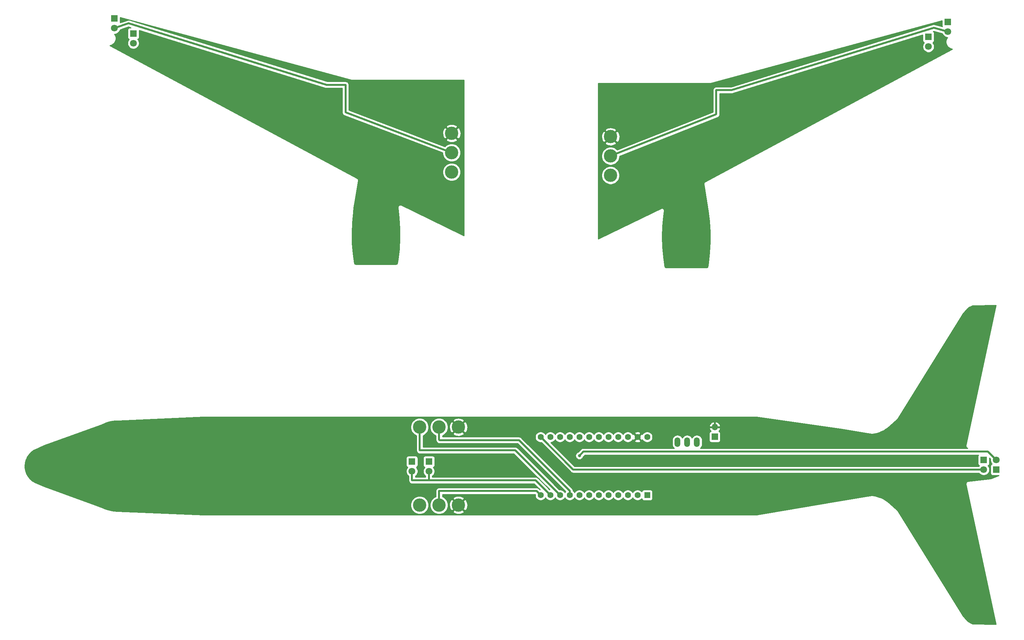
<source format=gbr>
G04 #@! TF.GenerationSoftware,KiCad,Pcbnew,(5.1.0)-1*
G04 #@! TF.CreationDate,2019-05-22T09:29:32+02:00*
G04 #@! TF.ProjectId,A320,41333230-2e6b-4696-9361-645f70636258,1*
G04 #@! TF.SameCoordinates,Original*
G04 #@! TF.FileFunction,Copper,L2,Bot*
G04 #@! TF.FilePolarity,Positive*
%FSLAX46Y46*%
G04 Gerber Fmt 4.6, Leading zero omitted, Abs format (unit mm)*
G04 Created by KiCad (PCBNEW (5.1.0)-1) date 2019-05-22 09:29:32*
%MOMM*%
%LPD*%
G04 APERTURE LIST*
%ADD10R,1.800000X1.800000*%
%ADD11C,1.800000*%
%ADD12C,3.500120*%
%ADD13O,1.524000X2.524000*%
%ADD14O,1.700000X1.700000*%
%ADD15R,1.700000X1.700000*%
%ADD16R,1.600000X1.600000*%
%ADD17C,1.600000*%
%ADD18C,0.800000*%
%ADD19C,0.500000*%
%ADD20C,0.254000*%
G04 APERTURE END LIST*
D10*
X294894000Y-34163000D03*
D11*
X294894000Y-36703000D03*
D12*
X206502000Y-74422000D03*
X206502000Y-69342000D03*
X206502000Y-64262000D03*
D11*
X289814000Y-40640000D03*
D10*
X289814000Y-38100000D03*
X81407000Y-37211000D03*
D11*
X81407000Y-39751000D03*
X76454000Y-35814000D03*
D10*
X76454000Y-33274000D03*
D12*
X164846000Y-73533000D03*
X164846000Y-68453000D03*
X164846000Y-63373000D03*
D13*
X224028000Y-144399000D03*
X226568000Y-144399000D03*
X229108000Y-144399000D03*
D11*
X304284000Y-151609000D03*
D10*
X304284000Y-149069000D03*
D11*
X307594000Y-149069000D03*
D10*
X307594000Y-151609000D03*
D11*
X154446000Y-152042000D03*
D10*
X154446000Y-149502000D03*
X158891000Y-149502000D03*
D11*
X158891000Y-152042000D03*
D14*
X233807000Y-140462000D03*
D15*
X233807000Y-143002000D03*
D16*
X216090500Y-158305500D03*
D17*
X213550500Y-158305500D03*
X211010500Y-158305500D03*
X208470500Y-158305500D03*
X205930500Y-158305500D03*
X203390500Y-158305500D03*
X200850500Y-158305500D03*
X198310500Y-158305500D03*
X195770500Y-158305500D03*
X193230500Y-158305500D03*
X190690500Y-158305500D03*
X188150500Y-158305500D03*
X188150500Y-143065500D03*
X190690500Y-143065500D03*
X193230500Y-143065500D03*
X195770500Y-143065500D03*
X198310500Y-143065500D03*
X200850500Y-143065500D03*
X203390500Y-143065500D03*
X205930500Y-143065500D03*
X208470500Y-143065500D03*
X211010500Y-143065500D03*
X213550500Y-143065500D03*
X216090500Y-143065500D03*
D12*
X156464000Y-160909000D03*
X161544000Y-160909000D03*
X166624000Y-160909000D03*
X156464000Y-140462000D03*
X161544000Y-140462000D03*
X166624000Y-140462000D03*
D18*
X198310500Y-147955000D03*
D19*
X305400500Y-146875500D02*
X199390000Y-146875500D01*
X199390000Y-146875500D02*
X198310500Y-147955000D01*
X307594000Y-149069000D02*
X305400500Y-146875500D01*
X291211000Y-35687000D02*
X238252000Y-52070000D01*
X294894000Y-36703000D02*
X291211000Y-35687000D01*
X238252000Y-52070000D02*
X234188000Y-52070000D01*
X234188000Y-58420000D02*
X206502000Y-69342000D01*
X234188000Y-52070000D02*
X234188000Y-58420000D01*
X132080000Y-50673000D02*
X137033000Y-50673000D01*
X76454000Y-35814000D02*
X80137000Y-34544000D01*
X137033000Y-50673000D02*
X137033000Y-57912000D01*
X80137000Y-34544000D02*
X132080000Y-50673000D01*
X137033000Y-57912000D02*
X164846000Y-68453000D01*
X304284000Y-151609000D02*
X196694000Y-151609000D01*
X196694000Y-151609000D02*
X188150500Y-143065500D01*
X190690500Y-158305500D02*
X186817000Y-154432000D01*
X154446000Y-154418000D02*
X154446000Y-152042000D01*
X154432000Y-154432000D02*
X154446000Y-154418000D01*
X158877000Y-154432000D02*
X154432000Y-154432000D01*
X186817000Y-154432000D02*
X158877000Y-154432000D01*
X158891000Y-152042000D02*
X158891000Y-153314792D01*
X158877000Y-153328792D02*
X158877000Y-154432000D01*
X158891000Y-153314792D02*
X158877000Y-153328792D01*
X156464000Y-146558000D02*
X156464000Y-140462000D01*
X181483000Y-146558000D02*
X156464000Y-146558000D01*
X193230500Y-158305500D02*
X181483000Y-146558000D01*
X161544000Y-157226000D02*
X187071000Y-157226000D01*
X161544000Y-160909000D02*
X161544000Y-157226000D01*
X187071000Y-157226000D02*
X188150500Y-158305500D01*
X195770500Y-157174130D02*
X182487370Y-143891000D01*
X195770500Y-158305500D02*
X195770500Y-157174130D01*
X182487370Y-143891000D02*
X161671000Y-143891000D01*
X161671000Y-143891000D02*
X161544000Y-143764000D01*
X161544000Y-143764000D02*
X161544000Y-140462000D01*
D20*
G36*
X299642818Y-145240928D02*
G01*
X299629261Y-145303275D01*
X299628661Y-145337007D01*
X299624875Y-145370537D01*
X299627509Y-145401849D01*
X299626950Y-145433263D01*
X299632943Y-145466468D01*
X299635771Y-145500087D01*
X299644461Y-145530279D01*
X299650043Y-145561204D01*
X299662399Y-145592603D01*
X299671731Y-145625023D01*
X299686145Y-145652940D01*
X299697652Y-145682181D01*
X299715896Y-145710564D01*
X299731374Y-145740543D01*
X299750961Y-145765117D01*
X299767949Y-145791546D01*
X299791376Y-145815821D01*
X299812408Y-145842208D01*
X299836410Y-145862486D01*
X299858230Y-145885096D01*
X299885949Y-145904338D01*
X299911719Y-145926110D01*
X299939216Y-145941316D01*
X299965027Y-145959234D01*
X299995961Y-145972696D01*
X300025489Y-145989026D01*
X300030110Y-145990500D01*
X229980106Y-145990500D01*
X230100607Y-145891608D01*
X230275183Y-145678887D01*
X230404904Y-145436195D01*
X230484786Y-145172860D01*
X230505000Y-144967625D01*
X230505000Y-143830375D01*
X230484786Y-143625140D01*
X230404904Y-143361805D01*
X230275183Y-143119113D01*
X230100608Y-142906392D01*
X229887887Y-142731817D01*
X229645195Y-142602096D01*
X229381860Y-142522214D01*
X229108000Y-142495241D01*
X228834141Y-142522214D01*
X228570806Y-142602096D01*
X228328114Y-142731817D01*
X228115393Y-142906392D01*
X227940817Y-143119113D01*
X227838000Y-143311471D01*
X227735183Y-143119113D01*
X227560608Y-142906392D01*
X227347887Y-142731817D01*
X227105195Y-142602096D01*
X226841860Y-142522214D01*
X226568000Y-142495241D01*
X226294141Y-142522214D01*
X226030806Y-142602096D01*
X225788114Y-142731817D01*
X225575393Y-142906392D01*
X225400817Y-143119113D01*
X225298000Y-143311471D01*
X225195183Y-143119113D01*
X225020608Y-142906392D01*
X224807887Y-142731817D01*
X224565195Y-142602096D01*
X224301860Y-142522214D01*
X224028000Y-142495241D01*
X223754141Y-142522214D01*
X223490806Y-142602096D01*
X223248114Y-142731817D01*
X223035393Y-142906392D01*
X222860817Y-143119113D01*
X222731096Y-143361805D01*
X222651214Y-143625140D01*
X222631000Y-143830375D01*
X222631000Y-144967624D01*
X222651214Y-145172859D01*
X222731096Y-145436194D01*
X222860817Y-145678886D01*
X223035392Y-145891607D01*
X223155893Y-145990500D01*
X199433469Y-145990500D01*
X199390000Y-145986219D01*
X199346531Y-145990500D01*
X199346523Y-145990500D01*
X199216510Y-146003305D01*
X199049686Y-146053911D01*
X198895941Y-146136089D01*
X198794953Y-146218968D01*
X198794951Y-146218970D01*
X198761183Y-146246683D01*
X198733470Y-146280451D01*
X198065457Y-146948465D01*
X198008602Y-146959774D01*
X197820244Y-147037795D01*
X197650726Y-147151063D01*
X197506563Y-147295226D01*
X197393295Y-147464744D01*
X197315274Y-147653102D01*
X197275500Y-147853061D01*
X197275500Y-148056939D01*
X197315274Y-148256898D01*
X197393295Y-148445256D01*
X197506563Y-148614774D01*
X197650726Y-148758937D01*
X197820244Y-148872205D01*
X198008602Y-148950226D01*
X198208561Y-148990000D01*
X198412439Y-148990000D01*
X198612398Y-148950226D01*
X198800756Y-148872205D01*
X198970274Y-148758937D01*
X199114437Y-148614774D01*
X199227705Y-148445256D01*
X199305726Y-148256898D01*
X199317035Y-148200043D01*
X199756579Y-147760500D01*
X302897784Y-147760500D01*
X302853463Y-147814506D01*
X302794498Y-147924820D01*
X302758188Y-148044518D01*
X302745928Y-148169000D01*
X302745928Y-149969000D01*
X302758188Y-150093482D01*
X302794498Y-150213180D01*
X302853463Y-150323494D01*
X302932815Y-150420185D01*
X303029506Y-150499537D01*
X303139820Y-150558502D01*
X303158127Y-150564056D01*
X303091688Y-150630495D01*
X303029210Y-150724000D01*
X197060579Y-150724000D01*
X190836208Y-144499630D01*
X191109074Y-144445353D01*
X191370227Y-144337180D01*
X191605259Y-144180137D01*
X191805137Y-143980259D01*
X191960500Y-143747741D01*
X192115863Y-143980259D01*
X192315741Y-144180137D01*
X192550773Y-144337180D01*
X192811926Y-144445353D01*
X193089165Y-144500500D01*
X193371835Y-144500500D01*
X193649074Y-144445353D01*
X193910227Y-144337180D01*
X194145259Y-144180137D01*
X194345137Y-143980259D01*
X194500500Y-143747741D01*
X194655863Y-143980259D01*
X194855741Y-144180137D01*
X195090773Y-144337180D01*
X195351926Y-144445353D01*
X195629165Y-144500500D01*
X195911835Y-144500500D01*
X196189074Y-144445353D01*
X196450227Y-144337180D01*
X196685259Y-144180137D01*
X196885137Y-143980259D01*
X197040500Y-143747741D01*
X197195863Y-143980259D01*
X197395741Y-144180137D01*
X197630773Y-144337180D01*
X197891926Y-144445353D01*
X198169165Y-144500500D01*
X198451835Y-144500500D01*
X198729074Y-144445353D01*
X198990227Y-144337180D01*
X199225259Y-144180137D01*
X199425137Y-143980259D01*
X199580500Y-143747741D01*
X199735863Y-143980259D01*
X199935741Y-144180137D01*
X200170773Y-144337180D01*
X200431926Y-144445353D01*
X200709165Y-144500500D01*
X200991835Y-144500500D01*
X201269074Y-144445353D01*
X201530227Y-144337180D01*
X201765259Y-144180137D01*
X201965137Y-143980259D01*
X202120500Y-143747741D01*
X202275863Y-143980259D01*
X202475741Y-144180137D01*
X202710773Y-144337180D01*
X202971926Y-144445353D01*
X203249165Y-144500500D01*
X203531835Y-144500500D01*
X203809074Y-144445353D01*
X204070227Y-144337180D01*
X204305259Y-144180137D01*
X204505137Y-143980259D01*
X204660500Y-143747741D01*
X204815863Y-143980259D01*
X205015741Y-144180137D01*
X205250773Y-144337180D01*
X205511926Y-144445353D01*
X205789165Y-144500500D01*
X206071835Y-144500500D01*
X206349074Y-144445353D01*
X206610227Y-144337180D01*
X206845259Y-144180137D01*
X207045137Y-143980259D01*
X207200500Y-143747741D01*
X207355863Y-143980259D01*
X207555741Y-144180137D01*
X207790773Y-144337180D01*
X208051926Y-144445353D01*
X208329165Y-144500500D01*
X208611835Y-144500500D01*
X208889074Y-144445353D01*
X209150227Y-144337180D01*
X209385259Y-144180137D01*
X209585137Y-143980259D01*
X209740500Y-143747741D01*
X209895863Y-143980259D01*
X210095741Y-144180137D01*
X210330773Y-144337180D01*
X210591926Y-144445353D01*
X210869165Y-144500500D01*
X211151835Y-144500500D01*
X211429074Y-144445353D01*
X211690227Y-144337180D01*
X211925259Y-144180137D01*
X212047194Y-144058202D01*
X212737403Y-144058202D01*
X212808986Y-144302171D01*
X213064496Y-144423071D01*
X213338684Y-144491800D01*
X213621012Y-144505717D01*
X213900630Y-144464287D01*
X214166792Y-144369103D01*
X214292014Y-144302171D01*
X214363597Y-144058202D01*
X213550500Y-143245105D01*
X212737403Y-144058202D01*
X212047194Y-144058202D01*
X212125137Y-143980259D01*
X212281415Y-143746372D01*
X212313829Y-143807014D01*
X212557798Y-143878597D01*
X213370895Y-143065500D01*
X213730105Y-143065500D01*
X214543202Y-143878597D01*
X214787171Y-143807014D01*
X214817694Y-143742508D01*
X214818820Y-143745227D01*
X214975863Y-143980259D01*
X215175741Y-144180137D01*
X215410773Y-144337180D01*
X215671926Y-144445353D01*
X215949165Y-144500500D01*
X216231835Y-144500500D01*
X216509074Y-144445353D01*
X216770227Y-144337180D01*
X217005259Y-144180137D01*
X217205137Y-143980259D01*
X217362180Y-143745227D01*
X217470353Y-143484074D01*
X217525500Y-143206835D01*
X217525500Y-142924165D01*
X217470353Y-142646926D01*
X217362180Y-142385773D01*
X217205979Y-142152000D01*
X232318928Y-142152000D01*
X232318928Y-143852000D01*
X232331188Y-143976482D01*
X232367498Y-144096180D01*
X232426463Y-144206494D01*
X232505815Y-144303185D01*
X232602506Y-144382537D01*
X232712820Y-144441502D01*
X232832518Y-144477812D01*
X232957000Y-144490072D01*
X234657000Y-144490072D01*
X234781482Y-144477812D01*
X234901180Y-144441502D01*
X235011494Y-144382537D01*
X235108185Y-144303185D01*
X235187537Y-144206494D01*
X235246502Y-144096180D01*
X235282812Y-143976482D01*
X235295072Y-143852000D01*
X235295072Y-142152000D01*
X235282812Y-142027518D01*
X235246502Y-141907820D01*
X235187537Y-141797506D01*
X235108185Y-141700815D01*
X235011494Y-141621463D01*
X234901180Y-141562498D01*
X234820534Y-141538034D01*
X234904588Y-141462269D01*
X235078641Y-141228920D01*
X235203825Y-140966099D01*
X235248476Y-140818890D01*
X235127155Y-140589000D01*
X233934000Y-140589000D01*
X233934000Y-140609000D01*
X233680000Y-140609000D01*
X233680000Y-140589000D01*
X232486845Y-140589000D01*
X232365524Y-140818890D01*
X232410175Y-140966099D01*
X232535359Y-141228920D01*
X232709412Y-141462269D01*
X232793466Y-141538034D01*
X232712820Y-141562498D01*
X232602506Y-141621463D01*
X232505815Y-141700815D01*
X232426463Y-141797506D01*
X232367498Y-141907820D01*
X232331188Y-142027518D01*
X232318928Y-142152000D01*
X217205979Y-142152000D01*
X217205137Y-142150741D01*
X217005259Y-141950863D01*
X216770227Y-141793820D01*
X216509074Y-141685647D01*
X216231835Y-141630500D01*
X215949165Y-141630500D01*
X215671926Y-141685647D01*
X215410773Y-141793820D01*
X215175741Y-141950863D01*
X214975863Y-142150741D01*
X214819585Y-142384628D01*
X214787171Y-142323986D01*
X214543202Y-142252403D01*
X213730105Y-143065500D01*
X213370895Y-143065500D01*
X212557798Y-142252403D01*
X212313829Y-142323986D01*
X212283306Y-142388492D01*
X212282180Y-142385773D01*
X212125137Y-142150741D01*
X212047194Y-142072798D01*
X212737403Y-142072798D01*
X213550500Y-142885895D01*
X214363597Y-142072798D01*
X214292014Y-141828829D01*
X214036504Y-141707929D01*
X213762316Y-141639200D01*
X213479988Y-141625283D01*
X213200370Y-141666713D01*
X212934208Y-141761897D01*
X212808986Y-141828829D01*
X212737403Y-142072798D01*
X212047194Y-142072798D01*
X211925259Y-141950863D01*
X211690227Y-141793820D01*
X211429074Y-141685647D01*
X211151835Y-141630500D01*
X210869165Y-141630500D01*
X210591926Y-141685647D01*
X210330773Y-141793820D01*
X210095741Y-141950863D01*
X209895863Y-142150741D01*
X209740500Y-142383259D01*
X209585137Y-142150741D01*
X209385259Y-141950863D01*
X209150227Y-141793820D01*
X208889074Y-141685647D01*
X208611835Y-141630500D01*
X208329165Y-141630500D01*
X208051926Y-141685647D01*
X207790773Y-141793820D01*
X207555741Y-141950863D01*
X207355863Y-142150741D01*
X207200500Y-142383259D01*
X207045137Y-142150741D01*
X206845259Y-141950863D01*
X206610227Y-141793820D01*
X206349074Y-141685647D01*
X206071835Y-141630500D01*
X205789165Y-141630500D01*
X205511926Y-141685647D01*
X205250773Y-141793820D01*
X205015741Y-141950863D01*
X204815863Y-142150741D01*
X204660500Y-142383259D01*
X204505137Y-142150741D01*
X204305259Y-141950863D01*
X204070227Y-141793820D01*
X203809074Y-141685647D01*
X203531835Y-141630500D01*
X203249165Y-141630500D01*
X202971926Y-141685647D01*
X202710773Y-141793820D01*
X202475741Y-141950863D01*
X202275863Y-142150741D01*
X202120500Y-142383259D01*
X201965137Y-142150741D01*
X201765259Y-141950863D01*
X201530227Y-141793820D01*
X201269074Y-141685647D01*
X200991835Y-141630500D01*
X200709165Y-141630500D01*
X200431926Y-141685647D01*
X200170773Y-141793820D01*
X199935741Y-141950863D01*
X199735863Y-142150741D01*
X199580500Y-142383259D01*
X199425137Y-142150741D01*
X199225259Y-141950863D01*
X198990227Y-141793820D01*
X198729074Y-141685647D01*
X198451835Y-141630500D01*
X198169165Y-141630500D01*
X197891926Y-141685647D01*
X197630773Y-141793820D01*
X197395741Y-141950863D01*
X197195863Y-142150741D01*
X197040500Y-142383259D01*
X196885137Y-142150741D01*
X196685259Y-141950863D01*
X196450227Y-141793820D01*
X196189074Y-141685647D01*
X195911835Y-141630500D01*
X195629165Y-141630500D01*
X195351926Y-141685647D01*
X195090773Y-141793820D01*
X194855741Y-141950863D01*
X194655863Y-142150741D01*
X194500500Y-142383259D01*
X194345137Y-142150741D01*
X194145259Y-141950863D01*
X193910227Y-141793820D01*
X193649074Y-141685647D01*
X193371835Y-141630500D01*
X193089165Y-141630500D01*
X192811926Y-141685647D01*
X192550773Y-141793820D01*
X192315741Y-141950863D01*
X192115863Y-142150741D01*
X191960500Y-142383259D01*
X191805137Y-142150741D01*
X191605259Y-141950863D01*
X191370227Y-141793820D01*
X191109074Y-141685647D01*
X190831835Y-141630500D01*
X190549165Y-141630500D01*
X190271926Y-141685647D01*
X190010773Y-141793820D01*
X189775741Y-141950863D01*
X189575863Y-142150741D01*
X189420500Y-142383259D01*
X189265137Y-142150741D01*
X189065259Y-141950863D01*
X188830227Y-141793820D01*
X188569074Y-141685647D01*
X188291835Y-141630500D01*
X188009165Y-141630500D01*
X187731926Y-141685647D01*
X187470773Y-141793820D01*
X187235741Y-141950863D01*
X187035863Y-142150741D01*
X186878820Y-142385773D01*
X186770647Y-142646926D01*
X186715500Y-142924165D01*
X186715500Y-143206835D01*
X186770647Y-143484074D01*
X186878820Y-143745227D01*
X187035863Y-143980259D01*
X187235741Y-144180137D01*
X187470773Y-144337180D01*
X187731926Y-144445353D01*
X188009165Y-144500500D01*
X188291835Y-144500500D01*
X188326939Y-144493517D01*
X196037470Y-152204049D01*
X196065183Y-152237817D01*
X196098951Y-152265530D01*
X196098953Y-152265532D01*
X196199941Y-152348411D01*
X196353686Y-152430589D01*
X196520510Y-152481195D01*
X196650523Y-152494000D01*
X196650531Y-152494000D01*
X196694000Y-152498281D01*
X196737469Y-152494000D01*
X303029210Y-152494000D01*
X303091688Y-152587505D01*
X303305495Y-152801312D01*
X303556905Y-152969299D01*
X303836257Y-153085011D01*
X304132816Y-153144000D01*
X304435184Y-153144000D01*
X304731743Y-153085011D01*
X305011095Y-152969299D01*
X305262505Y-152801312D01*
X305476312Y-152587505D01*
X305644299Y-152336095D01*
X305760011Y-152056743D01*
X305819000Y-151760184D01*
X305819000Y-151457816D01*
X305760011Y-151161257D01*
X305644299Y-150881905D01*
X305476312Y-150630495D01*
X305409873Y-150564056D01*
X305428180Y-150558502D01*
X305538494Y-150499537D01*
X305635185Y-150420185D01*
X305714537Y-150323494D01*
X305773502Y-150213180D01*
X305809812Y-150093482D01*
X305822072Y-149969000D01*
X305822072Y-148548650D01*
X306080940Y-148807518D01*
X306059000Y-148917816D01*
X306059000Y-149220184D01*
X306117989Y-149516743D01*
X306233701Y-149796095D01*
X306401688Y-150047505D01*
X306468127Y-150113944D01*
X306449820Y-150119498D01*
X306339506Y-150178463D01*
X306242815Y-150257815D01*
X306163463Y-150354506D01*
X306104498Y-150464820D01*
X306068188Y-150584518D01*
X306055928Y-150709000D01*
X306055928Y-152509000D01*
X306068188Y-152633482D01*
X306104498Y-152753180D01*
X306163463Y-152863494D01*
X306242815Y-152960185D01*
X306339506Y-153039537D01*
X306449820Y-153098502D01*
X306569518Y-153134812D01*
X306694000Y-153147072D01*
X308246728Y-153147072D01*
X306140932Y-153934113D01*
X300221553Y-154644439D01*
X300159349Y-154651463D01*
X300126110Y-154662066D01*
X300092041Y-154669599D01*
X300064329Y-154681774D01*
X300035489Y-154690974D01*
X300004953Y-154707861D01*
X299973014Y-154721893D01*
X299948208Y-154739241D01*
X299921719Y-154753890D01*
X299895072Y-154776402D01*
X299866475Y-154796402D01*
X299845528Y-154818259D01*
X299822408Y-154837792D01*
X299800660Y-154865077D01*
X299776520Y-154890266D01*
X299760242Y-154915785D01*
X299741374Y-154939457D01*
X299725368Y-154970458D01*
X299706604Y-154999875D01*
X299695617Y-155028082D01*
X299681731Y-155054977D01*
X299672080Y-155088508D01*
X299659417Y-155121017D01*
X299654144Y-155150824D01*
X299645771Y-155179913D01*
X299642847Y-155214675D01*
X299636768Y-155249037D01*
X299637412Y-155279303D01*
X299634875Y-155309463D01*
X299638790Y-155344135D01*
X299639532Y-155379016D01*
X299653055Y-155440179D01*
X307508210Y-192182358D01*
X301417798Y-192052405D01*
X300846893Y-191851062D01*
X300281666Y-191516434D01*
X299958713Y-191245208D01*
X298830698Y-189956513D01*
X281870573Y-162504870D01*
X281837811Y-162451094D01*
X281814354Y-162425587D01*
X281793355Y-162398055D01*
X281746336Y-162356578D01*
X279265631Y-160140662D01*
X279186954Y-160083189D01*
X279183530Y-160081600D01*
X278453898Y-159561202D01*
X278443691Y-159554985D01*
X278434212Y-159547691D01*
X278377705Y-159514307D01*
X277407068Y-159004173D01*
X277393332Y-158998179D01*
X277380250Y-158990845D01*
X277319537Y-158965977D01*
X277319515Y-158965967D01*
X277319507Y-158965965D01*
X276285404Y-158601294D01*
X276270946Y-158597346D01*
X276256943Y-158591977D01*
X276193253Y-158576127D01*
X275161043Y-158373149D01*
X275141705Y-158366547D01*
X275012839Y-158349352D01*
X274915603Y-158355555D01*
X266720439Y-159693924D01*
X266717219Y-159694161D01*
X266688412Y-159699154D01*
X266659629Y-159703855D01*
X266656517Y-159704683D01*
X244761226Y-163500000D01*
X99832666Y-163500000D01*
X77353424Y-162500923D01*
X76147552Y-162425056D01*
X74995556Y-162205302D01*
X73874059Y-161840905D01*
X73122819Y-161505134D01*
X73101150Y-161494780D01*
X70835799Y-160674092D01*
X154078940Y-160674092D01*
X154078940Y-161143908D01*
X154170597Y-161604696D01*
X154350387Y-162038749D01*
X154611403Y-162429387D01*
X154943613Y-162761597D01*
X155334251Y-163022613D01*
X155768304Y-163202403D01*
X156229092Y-163294060D01*
X156698908Y-163294060D01*
X157159696Y-163202403D01*
X157593749Y-163022613D01*
X157984387Y-162761597D01*
X158316597Y-162429387D01*
X158577613Y-162038749D01*
X158757403Y-161604696D01*
X158849060Y-161143908D01*
X158849060Y-160674092D01*
X158757403Y-160213304D01*
X158577613Y-159779251D01*
X158316597Y-159388613D01*
X157984387Y-159056403D01*
X157593749Y-158795387D01*
X157159696Y-158615597D01*
X156698908Y-158523940D01*
X156229092Y-158523940D01*
X155768304Y-158615597D01*
X155334251Y-158795387D01*
X154943613Y-159056403D01*
X154611403Y-159388613D01*
X154350387Y-159779251D01*
X154170597Y-160213304D01*
X154078940Y-160674092D01*
X70835799Y-160674092D01*
X58063425Y-156046936D01*
X55664453Y-154992957D01*
X54956438Y-154560527D01*
X54340152Y-154022622D01*
X53823305Y-153388564D01*
X53420682Y-152676494D01*
X53143791Y-151906764D01*
X52998284Y-151088653D01*
X52979278Y-150672890D01*
X53049533Y-149844909D01*
X53255038Y-149053130D01*
X53458257Y-148602000D01*
X152907928Y-148602000D01*
X152907928Y-150402000D01*
X152920188Y-150526482D01*
X152956498Y-150646180D01*
X153015463Y-150756494D01*
X153094815Y-150853185D01*
X153191506Y-150932537D01*
X153301820Y-150991502D01*
X153320127Y-150997056D01*
X153253688Y-151063495D01*
X153085701Y-151314905D01*
X152969989Y-151594257D01*
X152911000Y-151890816D01*
X152911000Y-152193184D01*
X152969989Y-152489743D01*
X153085701Y-152769095D01*
X153253688Y-153020505D01*
X153467495Y-153234312D01*
X153561000Y-153296790D01*
X153561000Y-154254570D01*
X153559805Y-154258510D01*
X153542718Y-154432000D01*
X153559805Y-154605490D01*
X153610411Y-154772313D01*
X153692589Y-154926059D01*
X153803183Y-155060817D01*
X153937941Y-155171411D01*
X154091687Y-155253589D01*
X154258510Y-155304195D01*
X154388523Y-155317000D01*
X154388531Y-155317000D01*
X154432000Y-155321281D01*
X154475469Y-155317000D01*
X158833524Y-155317000D01*
X158877000Y-155321282D01*
X158920477Y-155317000D01*
X186450422Y-155317000D01*
X188004791Y-156871370D01*
X187974061Y-156877483D01*
X187727534Y-156630956D01*
X187699817Y-156597183D01*
X187565059Y-156486589D01*
X187411313Y-156404411D01*
X187244490Y-156353805D01*
X187114477Y-156341000D01*
X187114469Y-156341000D01*
X187071000Y-156336719D01*
X187027531Y-156341000D01*
X161587477Y-156341000D01*
X161544000Y-156336718D01*
X161500524Y-156341000D01*
X161500523Y-156341000D01*
X161370510Y-156353805D01*
X161203687Y-156404411D01*
X161049941Y-156486589D01*
X160915183Y-156597183D01*
X160804589Y-156731941D01*
X160722411Y-156885687D01*
X160671805Y-157052510D01*
X160654718Y-157226000D01*
X160659001Y-157269486D01*
X160659001Y-158694009D01*
X160414251Y-158795387D01*
X160023613Y-159056403D01*
X159691403Y-159388613D01*
X159430387Y-159779251D01*
X159250597Y-160213304D01*
X159158940Y-160674092D01*
X159158940Y-161143908D01*
X159250597Y-161604696D01*
X159430387Y-162038749D01*
X159691403Y-162429387D01*
X160023613Y-162761597D01*
X160414251Y-163022613D01*
X160848304Y-163202403D01*
X161309092Y-163294060D01*
X161778908Y-163294060D01*
X162239696Y-163202403D01*
X162673749Y-163022613D01*
X163064387Y-162761597D01*
X163247333Y-162578651D01*
X165133954Y-162578651D01*
X165320039Y-162919815D01*
X165737384Y-163135568D01*
X166188802Y-163265755D01*
X166656944Y-163305374D01*
X167123821Y-163252901D01*
X167571489Y-163110354D01*
X167927961Y-162919815D01*
X168114046Y-162578651D01*
X166624000Y-161088605D01*
X165133954Y-162578651D01*
X163247333Y-162578651D01*
X163396597Y-162429387D01*
X163657613Y-162038749D01*
X163837403Y-161604696D01*
X163929060Y-161143908D01*
X163929060Y-160941944D01*
X164227626Y-160941944D01*
X164280099Y-161408821D01*
X164422646Y-161856489D01*
X164613185Y-162212961D01*
X164954349Y-162399046D01*
X166444395Y-160909000D01*
X166803605Y-160909000D01*
X168293651Y-162399046D01*
X168634815Y-162212961D01*
X168850568Y-161795616D01*
X168980755Y-161344198D01*
X169020374Y-160876056D01*
X168967901Y-160409179D01*
X168825354Y-159961511D01*
X168634815Y-159605039D01*
X168293651Y-159418954D01*
X166803605Y-160909000D01*
X166444395Y-160909000D01*
X164954349Y-159418954D01*
X164613185Y-159605039D01*
X164397432Y-160022384D01*
X164267245Y-160473802D01*
X164227626Y-160941944D01*
X163929060Y-160941944D01*
X163929060Y-160674092D01*
X163837403Y-160213304D01*
X163657613Y-159779251D01*
X163396597Y-159388613D01*
X163247333Y-159239349D01*
X165133954Y-159239349D01*
X166624000Y-160729395D01*
X168114046Y-159239349D01*
X167927961Y-158898185D01*
X167510616Y-158682432D01*
X167059198Y-158552245D01*
X166591056Y-158512626D01*
X166124179Y-158565099D01*
X165676511Y-158707646D01*
X165320039Y-158898185D01*
X165133954Y-159239349D01*
X163247333Y-159239349D01*
X163064387Y-159056403D01*
X162673749Y-158795387D01*
X162429000Y-158694009D01*
X162429000Y-158111000D01*
X186704422Y-158111000D01*
X186722483Y-158129061D01*
X186715500Y-158164165D01*
X186715500Y-158446835D01*
X186770647Y-158724074D01*
X186878820Y-158985227D01*
X187035863Y-159220259D01*
X187235741Y-159420137D01*
X187470773Y-159577180D01*
X187731926Y-159685353D01*
X188009165Y-159740500D01*
X188291835Y-159740500D01*
X188569074Y-159685353D01*
X188830227Y-159577180D01*
X189065259Y-159420137D01*
X189265137Y-159220259D01*
X189420500Y-158987741D01*
X189575863Y-159220259D01*
X189775741Y-159420137D01*
X190010773Y-159577180D01*
X190271926Y-159685353D01*
X190549165Y-159740500D01*
X190831835Y-159740500D01*
X191109074Y-159685353D01*
X191370227Y-159577180D01*
X191605259Y-159420137D01*
X191805137Y-159220259D01*
X191960500Y-158987741D01*
X192115863Y-159220259D01*
X192315741Y-159420137D01*
X192550773Y-159577180D01*
X192811926Y-159685353D01*
X193089165Y-159740500D01*
X193371835Y-159740500D01*
X193649074Y-159685353D01*
X193910227Y-159577180D01*
X194145259Y-159420137D01*
X194345137Y-159220259D01*
X194500500Y-158987741D01*
X194655863Y-159220259D01*
X194855741Y-159420137D01*
X195090773Y-159577180D01*
X195351926Y-159685353D01*
X195629165Y-159740500D01*
X195911835Y-159740500D01*
X196189074Y-159685353D01*
X196450227Y-159577180D01*
X196685259Y-159420137D01*
X196885137Y-159220259D01*
X197040500Y-158987741D01*
X197195863Y-159220259D01*
X197395741Y-159420137D01*
X197630773Y-159577180D01*
X197891926Y-159685353D01*
X198169165Y-159740500D01*
X198451835Y-159740500D01*
X198729074Y-159685353D01*
X198990227Y-159577180D01*
X199225259Y-159420137D01*
X199425137Y-159220259D01*
X199580500Y-158987741D01*
X199735863Y-159220259D01*
X199935741Y-159420137D01*
X200170773Y-159577180D01*
X200431926Y-159685353D01*
X200709165Y-159740500D01*
X200991835Y-159740500D01*
X201269074Y-159685353D01*
X201530227Y-159577180D01*
X201765259Y-159420137D01*
X201965137Y-159220259D01*
X202120500Y-158987741D01*
X202275863Y-159220259D01*
X202475741Y-159420137D01*
X202710773Y-159577180D01*
X202971926Y-159685353D01*
X203249165Y-159740500D01*
X203531835Y-159740500D01*
X203809074Y-159685353D01*
X204070227Y-159577180D01*
X204305259Y-159420137D01*
X204505137Y-159220259D01*
X204660500Y-158987741D01*
X204815863Y-159220259D01*
X205015741Y-159420137D01*
X205250773Y-159577180D01*
X205511926Y-159685353D01*
X205789165Y-159740500D01*
X206071835Y-159740500D01*
X206349074Y-159685353D01*
X206610227Y-159577180D01*
X206845259Y-159420137D01*
X207045137Y-159220259D01*
X207200500Y-158987741D01*
X207355863Y-159220259D01*
X207555741Y-159420137D01*
X207790773Y-159577180D01*
X208051926Y-159685353D01*
X208329165Y-159740500D01*
X208611835Y-159740500D01*
X208889074Y-159685353D01*
X209150227Y-159577180D01*
X209385259Y-159420137D01*
X209585137Y-159220259D01*
X209740500Y-158987741D01*
X209895863Y-159220259D01*
X210095741Y-159420137D01*
X210330773Y-159577180D01*
X210591926Y-159685353D01*
X210869165Y-159740500D01*
X211151835Y-159740500D01*
X211429074Y-159685353D01*
X211690227Y-159577180D01*
X211925259Y-159420137D01*
X212125137Y-159220259D01*
X212280500Y-158987741D01*
X212435863Y-159220259D01*
X212635741Y-159420137D01*
X212870773Y-159577180D01*
X213131926Y-159685353D01*
X213409165Y-159740500D01*
X213691835Y-159740500D01*
X213969074Y-159685353D01*
X214230227Y-159577180D01*
X214465259Y-159420137D01*
X214663857Y-159221539D01*
X214664688Y-159229982D01*
X214700998Y-159349680D01*
X214759963Y-159459994D01*
X214839315Y-159556685D01*
X214936006Y-159636037D01*
X215046320Y-159695002D01*
X215166018Y-159731312D01*
X215290500Y-159743572D01*
X216890500Y-159743572D01*
X217014982Y-159731312D01*
X217134680Y-159695002D01*
X217244994Y-159636037D01*
X217341685Y-159556685D01*
X217421037Y-159459994D01*
X217480002Y-159349680D01*
X217516312Y-159229982D01*
X217528572Y-159105500D01*
X217528572Y-157505500D01*
X217516312Y-157381018D01*
X217480002Y-157261320D01*
X217421037Y-157151006D01*
X217341685Y-157054315D01*
X217244994Y-156974963D01*
X217134680Y-156915998D01*
X217014982Y-156879688D01*
X216890500Y-156867428D01*
X215290500Y-156867428D01*
X215166018Y-156879688D01*
X215046320Y-156915998D01*
X214936006Y-156974963D01*
X214839315Y-157054315D01*
X214759963Y-157151006D01*
X214700998Y-157261320D01*
X214664688Y-157381018D01*
X214663857Y-157389461D01*
X214465259Y-157190863D01*
X214230227Y-157033820D01*
X213969074Y-156925647D01*
X213691835Y-156870500D01*
X213409165Y-156870500D01*
X213131926Y-156925647D01*
X212870773Y-157033820D01*
X212635741Y-157190863D01*
X212435863Y-157390741D01*
X212280500Y-157623259D01*
X212125137Y-157390741D01*
X211925259Y-157190863D01*
X211690227Y-157033820D01*
X211429074Y-156925647D01*
X211151835Y-156870500D01*
X210869165Y-156870500D01*
X210591926Y-156925647D01*
X210330773Y-157033820D01*
X210095741Y-157190863D01*
X209895863Y-157390741D01*
X209740500Y-157623259D01*
X209585137Y-157390741D01*
X209385259Y-157190863D01*
X209150227Y-157033820D01*
X208889074Y-156925647D01*
X208611835Y-156870500D01*
X208329165Y-156870500D01*
X208051926Y-156925647D01*
X207790773Y-157033820D01*
X207555741Y-157190863D01*
X207355863Y-157390741D01*
X207200500Y-157623259D01*
X207045137Y-157390741D01*
X206845259Y-157190863D01*
X206610227Y-157033820D01*
X206349074Y-156925647D01*
X206071835Y-156870500D01*
X205789165Y-156870500D01*
X205511926Y-156925647D01*
X205250773Y-157033820D01*
X205015741Y-157190863D01*
X204815863Y-157390741D01*
X204660500Y-157623259D01*
X204505137Y-157390741D01*
X204305259Y-157190863D01*
X204070227Y-157033820D01*
X203809074Y-156925647D01*
X203531835Y-156870500D01*
X203249165Y-156870500D01*
X202971926Y-156925647D01*
X202710773Y-157033820D01*
X202475741Y-157190863D01*
X202275863Y-157390741D01*
X202120500Y-157623259D01*
X201965137Y-157390741D01*
X201765259Y-157190863D01*
X201530227Y-157033820D01*
X201269074Y-156925647D01*
X200991835Y-156870500D01*
X200709165Y-156870500D01*
X200431926Y-156925647D01*
X200170773Y-157033820D01*
X199935741Y-157190863D01*
X199735863Y-157390741D01*
X199580500Y-157623259D01*
X199425137Y-157390741D01*
X199225259Y-157190863D01*
X198990227Y-157033820D01*
X198729074Y-156925647D01*
X198451835Y-156870500D01*
X198169165Y-156870500D01*
X197891926Y-156925647D01*
X197630773Y-157033820D01*
X197395741Y-157190863D01*
X197195863Y-157390741D01*
X197040500Y-157623259D01*
X196885137Y-157390741D01*
X196685259Y-157190863D01*
X196659750Y-157173819D01*
X196655500Y-157130661D01*
X196655500Y-157130653D01*
X196642695Y-157000640D01*
X196624656Y-156941175D01*
X196592089Y-156833816D01*
X196509911Y-156680071D01*
X196427032Y-156579083D01*
X196427030Y-156579081D01*
X196399317Y-156545313D01*
X196365549Y-156517600D01*
X183143902Y-143295954D01*
X183116187Y-143262183D01*
X182981429Y-143151589D01*
X182827683Y-143069411D01*
X182660860Y-143018805D01*
X182530847Y-143006000D01*
X182530839Y-143006000D01*
X182487370Y-143001719D01*
X182443901Y-143006000D01*
X162429000Y-143006000D01*
X162429000Y-142676991D01*
X162673749Y-142575613D01*
X163064387Y-142314597D01*
X163247333Y-142131651D01*
X165133954Y-142131651D01*
X165320039Y-142472815D01*
X165737384Y-142688568D01*
X166188802Y-142818755D01*
X166656944Y-142858374D01*
X167123821Y-142805901D01*
X167571489Y-142663354D01*
X167927961Y-142472815D01*
X168114046Y-142131651D01*
X166624000Y-140641605D01*
X165133954Y-142131651D01*
X163247333Y-142131651D01*
X163396597Y-141982387D01*
X163657613Y-141591749D01*
X163837403Y-141157696D01*
X163929060Y-140696908D01*
X163929060Y-140494944D01*
X164227626Y-140494944D01*
X164280099Y-140961821D01*
X164422646Y-141409489D01*
X164613185Y-141765961D01*
X164954349Y-141952046D01*
X166444395Y-140462000D01*
X166803605Y-140462000D01*
X168293651Y-141952046D01*
X168634815Y-141765961D01*
X168850568Y-141348616D01*
X168980755Y-140897198D01*
X169020374Y-140429056D01*
X168983966Y-140105110D01*
X232365524Y-140105110D01*
X232486845Y-140335000D01*
X233680000Y-140335000D01*
X233680000Y-139141186D01*
X233934000Y-139141186D01*
X233934000Y-140335000D01*
X235127155Y-140335000D01*
X235248476Y-140105110D01*
X235203825Y-139957901D01*
X235078641Y-139695080D01*
X234904588Y-139461731D01*
X234688355Y-139266822D01*
X234438252Y-139117843D01*
X234163891Y-139020519D01*
X233934000Y-139141186D01*
X233680000Y-139141186D01*
X233450109Y-139020519D01*
X233175748Y-139117843D01*
X232925645Y-139266822D01*
X232709412Y-139461731D01*
X232535359Y-139695080D01*
X232410175Y-139957901D01*
X232365524Y-140105110D01*
X168983966Y-140105110D01*
X168967901Y-139962179D01*
X168825354Y-139514511D01*
X168634815Y-139158039D01*
X168293651Y-138971954D01*
X166803605Y-140462000D01*
X166444395Y-140462000D01*
X164954349Y-138971954D01*
X164613185Y-139158039D01*
X164397432Y-139575384D01*
X164267245Y-140026802D01*
X164227626Y-140494944D01*
X163929060Y-140494944D01*
X163929060Y-140227092D01*
X163837403Y-139766304D01*
X163657613Y-139332251D01*
X163396597Y-138941613D01*
X163247333Y-138792349D01*
X165133954Y-138792349D01*
X166624000Y-140282395D01*
X168114046Y-138792349D01*
X167927961Y-138451185D01*
X167510616Y-138235432D01*
X167059198Y-138105245D01*
X166591056Y-138065626D01*
X166124179Y-138118099D01*
X165676511Y-138260646D01*
X165320039Y-138451185D01*
X165133954Y-138792349D01*
X163247333Y-138792349D01*
X163064387Y-138609403D01*
X162673749Y-138348387D01*
X162239696Y-138168597D01*
X161778908Y-138076940D01*
X161309092Y-138076940D01*
X160848304Y-138168597D01*
X160414251Y-138348387D01*
X160023613Y-138609403D01*
X159691403Y-138941613D01*
X159430387Y-139332251D01*
X159250597Y-139766304D01*
X159158940Y-140227092D01*
X159158940Y-140696908D01*
X159250597Y-141157696D01*
X159430387Y-141591749D01*
X159691403Y-141982387D01*
X160023613Y-142314597D01*
X160414251Y-142575613D01*
X160659000Y-142676991D01*
X160659000Y-143720531D01*
X160654719Y-143764000D01*
X160659000Y-143807469D01*
X160659000Y-143807476D01*
X160671805Y-143937489D01*
X160722411Y-144104312D01*
X160804589Y-144258058D01*
X160915183Y-144392817D01*
X160948956Y-144420534D01*
X161014466Y-144486044D01*
X161042183Y-144519817D01*
X161176941Y-144630411D01*
X161330687Y-144712589D01*
X161497510Y-144763195D01*
X161627523Y-144776000D01*
X161627533Y-144776000D01*
X161670999Y-144780281D01*
X161714465Y-144776000D01*
X182120792Y-144776000D01*
X194695698Y-157350906D01*
X194655863Y-157390741D01*
X194500500Y-157623259D01*
X194345137Y-157390741D01*
X194145259Y-157190863D01*
X193910227Y-157033820D01*
X193649074Y-156925647D01*
X193371835Y-156870500D01*
X193089165Y-156870500D01*
X193054062Y-156877483D01*
X182139534Y-145962956D01*
X182111817Y-145929183D01*
X181977059Y-145818589D01*
X181823313Y-145736411D01*
X181656490Y-145685805D01*
X181526477Y-145673000D01*
X181526469Y-145673000D01*
X181483000Y-145668719D01*
X181439531Y-145673000D01*
X157349000Y-145673000D01*
X157349000Y-142676991D01*
X157593749Y-142575613D01*
X157984387Y-142314597D01*
X158316597Y-141982387D01*
X158577613Y-141591749D01*
X158757403Y-141157696D01*
X158849060Y-140696908D01*
X158849060Y-140227092D01*
X158757403Y-139766304D01*
X158577613Y-139332251D01*
X158316597Y-138941613D01*
X157984387Y-138609403D01*
X157593749Y-138348387D01*
X157159696Y-138168597D01*
X156698908Y-138076940D01*
X156229092Y-138076940D01*
X155768304Y-138168597D01*
X155334251Y-138348387D01*
X154943613Y-138609403D01*
X154611403Y-138941613D01*
X154350387Y-139332251D01*
X154170597Y-139766304D01*
X154078940Y-140227092D01*
X154078940Y-140696908D01*
X154170597Y-141157696D01*
X154350387Y-141591749D01*
X154611403Y-141982387D01*
X154943613Y-142314597D01*
X155334251Y-142575613D01*
X155579001Y-142676991D01*
X155579000Y-146514523D01*
X155574718Y-146558000D01*
X155591805Y-146731490D01*
X155642411Y-146898313D01*
X155724589Y-147052059D01*
X155811433Y-147157878D01*
X155835183Y-147186817D01*
X155969941Y-147297411D01*
X156123687Y-147379589D01*
X156290510Y-147430195D01*
X156464000Y-147447282D01*
X156507476Y-147443000D01*
X181116422Y-147443000D01*
X190544791Y-156871370D01*
X190514061Y-156877483D01*
X187473532Y-153836954D01*
X187445817Y-153803183D01*
X187311059Y-153692589D01*
X187157313Y-153610411D01*
X186990490Y-153559805D01*
X186860477Y-153547000D01*
X186860469Y-153547000D01*
X186817000Y-153542719D01*
X186773531Y-153547000D01*
X159762000Y-153547000D01*
X159762000Y-153492221D01*
X159763195Y-153488282D01*
X159776000Y-153358269D01*
X159776000Y-153358261D01*
X159780281Y-153314792D01*
X159778353Y-153295218D01*
X159869505Y-153234312D01*
X160083312Y-153020505D01*
X160251299Y-152769095D01*
X160367011Y-152489743D01*
X160426000Y-152193184D01*
X160426000Y-151890816D01*
X160367011Y-151594257D01*
X160251299Y-151314905D01*
X160083312Y-151063495D01*
X160016873Y-150997056D01*
X160035180Y-150991502D01*
X160145494Y-150932537D01*
X160242185Y-150853185D01*
X160321537Y-150756494D01*
X160380502Y-150646180D01*
X160416812Y-150526482D01*
X160429072Y-150402000D01*
X160429072Y-148602000D01*
X160416812Y-148477518D01*
X160380502Y-148357820D01*
X160321537Y-148247506D01*
X160242185Y-148150815D01*
X160145494Y-148071463D01*
X160035180Y-148012498D01*
X159915482Y-147976188D01*
X159791000Y-147963928D01*
X157991000Y-147963928D01*
X157866518Y-147976188D01*
X157746820Y-148012498D01*
X157636506Y-148071463D01*
X157539815Y-148150815D01*
X157460463Y-148247506D01*
X157401498Y-148357820D01*
X157365188Y-148477518D01*
X157352928Y-148602000D01*
X157352928Y-150402000D01*
X157365188Y-150526482D01*
X157401498Y-150646180D01*
X157460463Y-150756494D01*
X157539815Y-150853185D01*
X157636506Y-150932537D01*
X157746820Y-150991502D01*
X157765127Y-150997056D01*
X157698688Y-151063495D01*
X157530701Y-151314905D01*
X157414989Y-151594257D01*
X157356000Y-151890816D01*
X157356000Y-152193184D01*
X157414989Y-152489743D01*
X157530701Y-152769095D01*
X157698688Y-153020505D01*
X157912495Y-153234312D01*
X157991805Y-153287305D01*
X157987719Y-153328792D01*
X157992000Y-153372262D01*
X157992000Y-153547000D01*
X155331000Y-153547000D01*
X155331000Y-153296790D01*
X155424505Y-153234312D01*
X155638312Y-153020505D01*
X155806299Y-152769095D01*
X155922011Y-152489743D01*
X155981000Y-152193184D01*
X155981000Y-151890816D01*
X155922011Y-151594257D01*
X155806299Y-151314905D01*
X155638312Y-151063495D01*
X155571873Y-150997056D01*
X155590180Y-150991502D01*
X155700494Y-150932537D01*
X155797185Y-150853185D01*
X155876537Y-150756494D01*
X155935502Y-150646180D01*
X155971812Y-150526482D01*
X155984072Y-150402000D01*
X155984072Y-148602000D01*
X155971812Y-148477518D01*
X155935502Y-148357820D01*
X155876537Y-148247506D01*
X155797185Y-148150815D01*
X155700494Y-148071463D01*
X155590180Y-148012498D01*
X155470482Y-147976188D01*
X155346000Y-147963928D01*
X153546000Y-147963928D01*
X153421518Y-147976188D01*
X153301820Y-148012498D01*
X153191506Y-148071463D01*
X153094815Y-148150815D01*
X153015463Y-148247506D01*
X152956498Y-148357820D01*
X152920188Y-148477518D01*
X152907928Y-148602000D01*
X53458257Y-148602000D01*
X53591015Y-148307291D01*
X54047854Y-147628722D01*
X54612490Y-147036832D01*
X55279153Y-146540819D01*
X55652649Y-146332228D01*
X58063425Y-145273064D01*
X73101150Y-139825220D01*
X73117035Y-139817630D01*
X74221421Y-139349641D01*
X75350070Y-139031009D01*
X76516134Y-138855385D01*
X77314568Y-138820769D01*
X77314918Y-138820788D01*
X77346119Y-138819401D01*
X77346587Y-138819381D01*
X77346595Y-138819380D01*
X99832666Y-137820000D01*
X244770806Y-137820000D01*
X266697392Y-140972321D01*
X274904694Y-142324341D01*
X275001921Y-142330679D01*
X275130811Y-142313663D01*
X275147708Y-142307920D01*
X276042457Y-142140510D01*
X276054014Y-142137468D01*
X276065842Y-142135696D01*
X276129081Y-142118133D01*
X277169727Y-141772551D01*
X277183572Y-141766811D01*
X277197927Y-141762471D01*
X277257968Y-141735964D01*
X278237828Y-141243778D01*
X278250705Y-141236096D01*
X278264277Y-141229732D01*
X278319863Y-141194836D01*
X279170753Y-140599689D01*
X279176954Y-140596811D01*
X279255631Y-140539338D01*
X281736336Y-138323422D01*
X281783355Y-138281945D01*
X281804354Y-138254413D01*
X281827811Y-138228906D01*
X281860573Y-138175130D01*
X298820698Y-110723487D01*
X299941827Y-109442659D01*
X300452468Y-109040493D01*
X301037611Y-108742054D01*
X301397182Y-108627821D01*
X307498210Y-108497642D01*
X299642818Y-145240928D01*
X299642818Y-145240928D01*
G37*
X299642818Y-145240928D02*
X299629261Y-145303275D01*
X299628661Y-145337007D01*
X299624875Y-145370537D01*
X299627509Y-145401849D01*
X299626950Y-145433263D01*
X299632943Y-145466468D01*
X299635771Y-145500087D01*
X299644461Y-145530279D01*
X299650043Y-145561204D01*
X299662399Y-145592603D01*
X299671731Y-145625023D01*
X299686145Y-145652940D01*
X299697652Y-145682181D01*
X299715896Y-145710564D01*
X299731374Y-145740543D01*
X299750961Y-145765117D01*
X299767949Y-145791546D01*
X299791376Y-145815821D01*
X299812408Y-145842208D01*
X299836410Y-145862486D01*
X299858230Y-145885096D01*
X299885949Y-145904338D01*
X299911719Y-145926110D01*
X299939216Y-145941316D01*
X299965027Y-145959234D01*
X299995961Y-145972696D01*
X300025489Y-145989026D01*
X300030110Y-145990500D01*
X229980106Y-145990500D01*
X230100607Y-145891608D01*
X230275183Y-145678887D01*
X230404904Y-145436195D01*
X230484786Y-145172860D01*
X230505000Y-144967625D01*
X230505000Y-143830375D01*
X230484786Y-143625140D01*
X230404904Y-143361805D01*
X230275183Y-143119113D01*
X230100608Y-142906392D01*
X229887887Y-142731817D01*
X229645195Y-142602096D01*
X229381860Y-142522214D01*
X229108000Y-142495241D01*
X228834141Y-142522214D01*
X228570806Y-142602096D01*
X228328114Y-142731817D01*
X228115393Y-142906392D01*
X227940817Y-143119113D01*
X227838000Y-143311471D01*
X227735183Y-143119113D01*
X227560608Y-142906392D01*
X227347887Y-142731817D01*
X227105195Y-142602096D01*
X226841860Y-142522214D01*
X226568000Y-142495241D01*
X226294141Y-142522214D01*
X226030806Y-142602096D01*
X225788114Y-142731817D01*
X225575393Y-142906392D01*
X225400817Y-143119113D01*
X225298000Y-143311471D01*
X225195183Y-143119113D01*
X225020608Y-142906392D01*
X224807887Y-142731817D01*
X224565195Y-142602096D01*
X224301860Y-142522214D01*
X224028000Y-142495241D01*
X223754141Y-142522214D01*
X223490806Y-142602096D01*
X223248114Y-142731817D01*
X223035393Y-142906392D01*
X222860817Y-143119113D01*
X222731096Y-143361805D01*
X222651214Y-143625140D01*
X222631000Y-143830375D01*
X222631000Y-144967624D01*
X222651214Y-145172859D01*
X222731096Y-145436194D01*
X222860817Y-145678886D01*
X223035392Y-145891607D01*
X223155893Y-145990500D01*
X199433469Y-145990500D01*
X199390000Y-145986219D01*
X199346531Y-145990500D01*
X199346523Y-145990500D01*
X199216510Y-146003305D01*
X199049686Y-146053911D01*
X198895941Y-146136089D01*
X198794953Y-146218968D01*
X198794951Y-146218970D01*
X198761183Y-146246683D01*
X198733470Y-146280451D01*
X198065457Y-146948465D01*
X198008602Y-146959774D01*
X197820244Y-147037795D01*
X197650726Y-147151063D01*
X197506563Y-147295226D01*
X197393295Y-147464744D01*
X197315274Y-147653102D01*
X197275500Y-147853061D01*
X197275500Y-148056939D01*
X197315274Y-148256898D01*
X197393295Y-148445256D01*
X197506563Y-148614774D01*
X197650726Y-148758937D01*
X197820244Y-148872205D01*
X198008602Y-148950226D01*
X198208561Y-148990000D01*
X198412439Y-148990000D01*
X198612398Y-148950226D01*
X198800756Y-148872205D01*
X198970274Y-148758937D01*
X199114437Y-148614774D01*
X199227705Y-148445256D01*
X199305726Y-148256898D01*
X199317035Y-148200043D01*
X199756579Y-147760500D01*
X302897784Y-147760500D01*
X302853463Y-147814506D01*
X302794498Y-147924820D01*
X302758188Y-148044518D01*
X302745928Y-148169000D01*
X302745928Y-149969000D01*
X302758188Y-150093482D01*
X302794498Y-150213180D01*
X302853463Y-150323494D01*
X302932815Y-150420185D01*
X303029506Y-150499537D01*
X303139820Y-150558502D01*
X303158127Y-150564056D01*
X303091688Y-150630495D01*
X303029210Y-150724000D01*
X197060579Y-150724000D01*
X190836208Y-144499630D01*
X191109074Y-144445353D01*
X191370227Y-144337180D01*
X191605259Y-144180137D01*
X191805137Y-143980259D01*
X191960500Y-143747741D01*
X192115863Y-143980259D01*
X192315741Y-144180137D01*
X192550773Y-144337180D01*
X192811926Y-144445353D01*
X193089165Y-144500500D01*
X193371835Y-144500500D01*
X193649074Y-144445353D01*
X193910227Y-144337180D01*
X194145259Y-144180137D01*
X194345137Y-143980259D01*
X194500500Y-143747741D01*
X194655863Y-143980259D01*
X194855741Y-144180137D01*
X195090773Y-144337180D01*
X195351926Y-144445353D01*
X195629165Y-144500500D01*
X195911835Y-144500500D01*
X196189074Y-144445353D01*
X196450227Y-144337180D01*
X196685259Y-144180137D01*
X196885137Y-143980259D01*
X197040500Y-143747741D01*
X197195863Y-143980259D01*
X197395741Y-144180137D01*
X197630773Y-144337180D01*
X197891926Y-144445353D01*
X198169165Y-144500500D01*
X198451835Y-144500500D01*
X198729074Y-144445353D01*
X198990227Y-144337180D01*
X199225259Y-144180137D01*
X199425137Y-143980259D01*
X199580500Y-143747741D01*
X199735863Y-143980259D01*
X199935741Y-144180137D01*
X200170773Y-144337180D01*
X200431926Y-144445353D01*
X200709165Y-144500500D01*
X200991835Y-144500500D01*
X201269074Y-144445353D01*
X201530227Y-144337180D01*
X201765259Y-144180137D01*
X201965137Y-143980259D01*
X202120500Y-143747741D01*
X202275863Y-143980259D01*
X202475741Y-144180137D01*
X202710773Y-144337180D01*
X202971926Y-144445353D01*
X203249165Y-144500500D01*
X203531835Y-144500500D01*
X203809074Y-144445353D01*
X204070227Y-144337180D01*
X204305259Y-144180137D01*
X204505137Y-143980259D01*
X204660500Y-143747741D01*
X204815863Y-143980259D01*
X205015741Y-144180137D01*
X205250773Y-144337180D01*
X205511926Y-144445353D01*
X205789165Y-144500500D01*
X206071835Y-144500500D01*
X206349074Y-144445353D01*
X206610227Y-144337180D01*
X206845259Y-144180137D01*
X207045137Y-143980259D01*
X207200500Y-143747741D01*
X207355863Y-143980259D01*
X207555741Y-144180137D01*
X207790773Y-144337180D01*
X208051926Y-144445353D01*
X208329165Y-144500500D01*
X208611835Y-144500500D01*
X208889074Y-144445353D01*
X209150227Y-144337180D01*
X209385259Y-144180137D01*
X209585137Y-143980259D01*
X209740500Y-143747741D01*
X209895863Y-143980259D01*
X210095741Y-144180137D01*
X210330773Y-144337180D01*
X210591926Y-144445353D01*
X210869165Y-144500500D01*
X211151835Y-144500500D01*
X211429074Y-144445353D01*
X211690227Y-144337180D01*
X211925259Y-144180137D01*
X212047194Y-144058202D01*
X212737403Y-144058202D01*
X212808986Y-144302171D01*
X213064496Y-144423071D01*
X213338684Y-144491800D01*
X213621012Y-144505717D01*
X213900630Y-144464287D01*
X214166792Y-144369103D01*
X214292014Y-144302171D01*
X214363597Y-144058202D01*
X213550500Y-143245105D01*
X212737403Y-144058202D01*
X212047194Y-144058202D01*
X212125137Y-143980259D01*
X212281415Y-143746372D01*
X212313829Y-143807014D01*
X212557798Y-143878597D01*
X213370895Y-143065500D01*
X213730105Y-143065500D01*
X214543202Y-143878597D01*
X214787171Y-143807014D01*
X214817694Y-143742508D01*
X214818820Y-143745227D01*
X214975863Y-143980259D01*
X215175741Y-144180137D01*
X215410773Y-144337180D01*
X215671926Y-144445353D01*
X215949165Y-144500500D01*
X216231835Y-144500500D01*
X216509074Y-144445353D01*
X216770227Y-144337180D01*
X217005259Y-144180137D01*
X217205137Y-143980259D01*
X217362180Y-143745227D01*
X217470353Y-143484074D01*
X217525500Y-143206835D01*
X217525500Y-142924165D01*
X217470353Y-142646926D01*
X217362180Y-142385773D01*
X217205979Y-142152000D01*
X232318928Y-142152000D01*
X232318928Y-143852000D01*
X232331188Y-143976482D01*
X232367498Y-144096180D01*
X232426463Y-144206494D01*
X232505815Y-144303185D01*
X232602506Y-144382537D01*
X232712820Y-144441502D01*
X232832518Y-144477812D01*
X232957000Y-144490072D01*
X234657000Y-144490072D01*
X234781482Y-144477812D01*
X234901180Y-144441502D01*
X235011494Y-144382537D01*
X235108185Y-144303185D01*
X235187537Y-144206494D01*
X235246502Y-144096180D01*
X235282812Y-143976482D01*
X235295072Y-143852000D01*
X235295072Y-142152000D01*
X235282812Y-142027518D01*
X235246502Y-141907820D01*
X235187537Y-141797506D01*
X235108185Y-141700815D01*
X235011494Y-141621463D01*
X234901180Y-141562498D01*
X234820534Y-141538034D01*
X234904588Y-141462269D01*
X235078641Y-141228920D01*
X235203825Y-140966099D01*
X235248476Y-140818890D01*
X235127155Y-140589000D01*
X233934000Y-140589000D01*
X233934000Y-140609000D01*
X233680000Y-140609000D01*
X233680000Y-140589000D01*
X232486845Y-140589000D01*
X232365524Y-140818890D01*
X232410175Y-140966099D01*
X232535359Y-141228920D01*
X232709412Y-141462269D01*
X232793466Y-141538034D01*
X232712820Y-141562498D01*
X232602506Y-141621463D01*
X232505815Y-141700815D01*
X232426463Y-141797506D01*
X232367498Y-141907820D01*
X232331188Y-142027518D01*
X232318928Y-142152000D01*
X217205979Y-142152000D01*
X217205137Y-142150741D01*
X217005259Y-141950863D01*
X216770227Y-141793820D01*
X216509074Y-141685647D01*
X216231835Y-141630500D01*
X215949165Y-141630500D01*
X215671926Y-141685647D01*
X215410773Y-141793820D01*
X215175741Y-141950863D01*
X214975863Y-142150741D01*
X214819585Y-142384628D01*
X214787171Y-142323986D01*
X214543202Y-142252403D01*
X213730105Y-143065500D01*
X213370895Y-143065500D01*
X212557798Y-142252403D01*
X212313829Y-142323986D01*
X212283306Y-142388492D01*
X212282180Y-142385773D01*
X212125137Y-142150741D01*
X212047194Y-142072798D01*
X212737403Y-142072798D01*
X213550500Y-142885895D01*
X214363597Y-142072798D01*
X214292014Y-141828829D01*
X214036504Y-141707929D01*
X213762316Y-141639200D01*
X213479988Y-141625283D01*
X213200370Y-141666713D01*
X212934208Y-141761897D01*
X212808986Y-141828829D01*
X212737403Y-142072798D01*
X212047194Y-142072798D01*
X211925259Y-141950863D01*
X211690227Y-141793820D01*
X211429074Y-141685647D01*
X211151835Y-141630500D01*
X210869165Y-141630500D01*
X210591926Y-141685647D01*
X210330773Y-141793820D01*
X210095741Y-141950863D01*
X209895863Y-142150741D01*
X209740500Y-142383259D01*
X209585137Y-142150741D01*
X209385259Y-141950863D01*
X209150227Y-141793820D01*
X208889074Y-141685647D01*
X208611835Y-141630500D01*
X208329165Y-141630500D01*
X208051926Y-141685647D01*
X207790773Y-141793820D01*
X207555741Y-141950863D01*
X207355863Y-142150741D01*
X207200500Y-142383259D01*
X207045137Y-142150741D01*
X206845259Y-141950863D01*
X206610227Y-141793820D01*
X206349074Y-141685647D01*
X206071835Y-141630500D01*
X205789165Y-141630500D01*
X205511926Y-141685647D01*
X205250773Y-141793820D01*
X205015741Y-141950863D01*
X204815863Y-142150741D01*
X204660500Y-142383259D01*
X204505137Y-142150741D01*
X204305259Y-141950863D01*
X204070227Y-141793820D01*
X203809074Y-141685647D01*
X203531835Y-141630500D01*
X203249165Y-141630500D01*
X202971926Y-141685647D01*
X202710773Y-141793820D01*
X202475741Y-141950863D01*
X202275863Y-142150741D01*
X202120500Y-142383259D01*
X201965137Y-142150741D01*
X201765259Y-141950863D01*
X201530227Y-141793820D01*
X201269074Y-141685647D01*
X200991835Y-141630500D01*
X200709165Y-141630500D01*
X200431926Y-141685647D01*
X200170773Y-141793820D01*
X199935741Y-141950863D01*
X199735863Y-142150741D01*
X199580500Y-142383259D01*
X199425137Y-142150741D01*
X199225259Y-141950863D01*
X198990227Y-141793820D01*
X198729074Y-141685647D01*
X198451835Y-141630500D01*
X198169165Y-141630500D01*
X197891926Y-141685647D01*
X197630773Y-141793820D01*
X197395741Y-141950863D01*
X197195863Y-142150741D01*
X197040500Y-142383259D01*
X196885137Y-142150741D01*
X196685259Y-141950863D01*
X196450227Y-141793820D01*
X196189074Y-141685647D01*
X195911835Y-141630500D01*
X195629165Y-141630500D01*
X195351926Y-141685647D01*
X195090773Y-141793820D01*
X194855741Y-141950863D01*
X194655863Y-142150741D01*
X194500500Y-142383259D01*
X194345137Y-142150741D01*
X194145259Y-141950863D01*
X193910227Y-141793820D01*
X193649074Y-141685647D01*
X193371835Y-141630500D01*
X193089165Y-141630500D01*
X192811926Y-141685647D01*
X192550773Y-141793820D01*
X192315741Y-141950863D01*
X192115863Y-142150741D01*
X191960500Y-142383259D01*
X191805137Y-142150741D01*
X191605259Y-141950863D01*
X191370227Y-141793820D01*
X191109074Y-141685647D01*
X190831835Y-141630500D01*
X190549165Y-141630500D01*
X190271926Y-141685647D01*
X190010773Y-141793820D01*
X189775741Y-141950863D01*
X189575863Y-142150741D01*
X189420500Y-142383259D01*
X189265137Y-142150741D01*
X189065259Y-141950863D01*
X188830227Y-141793820D01*
X188569074Y-141685647D01*
X188291835Y-141630500D01*
X188009165Y-141630500D01*
X187731926Y-141685647D01*
X187470773Y-141793820D01*
X187235741Y-141950863D01*
X187035863Y-142150741D01*
X186878820Y-142385773D01*
X186770647Y-142646926D01*
X186715500Y-142924165D01*
X186715500Y-143206835D01*
X186770647Y-143484074D01*
X186878820Y-143745227D01*
X187035863Y-143980259D01*
X187235741Y-144180137D01*
X187470773Y-144337180D01*
X187731926Y-144445353D01*
X188009165Y-144500500D01*
X188291835Y-144500500D01*
X188326939Y-144493517D01*
X196037470Y-152204049D01*
X196065183Y-152237817D01*
X196098951Y-152265530D01*
X196098953Y-152265532D01*
X196199941Y-152348411D01*
X196353686Y-152430589D01*
X196520510Y-152481195D01*
X196650523Y-152494000D01*
X196650531Y-152494000D01*
X196694000Y-152498281D01*
X196737469Y-152494000D01*
X303029210Y-152494000D01*
X303091688Y-152587505D01*
X303305495Y-152801312D01*
X303556905Y-152969299D01*
X303836257Y-153085011D01*
X304132816Y-153144000D01*
X304435184Y-153144000D01*
X304731743Y-153085011D01*
X305011095Y-152969299D01*
X305262505Y-152801312D01*
X305476312Y-152587505D01*
X305644299Y-152336095D01*
X305760011Y-152056743D01*
X305819000Y-151760184D01*
X305819000Y-151457816D01*
X305760011Y-151161257D01*
X305644299Y-150881905D01*
X305476312Y-150630495D01*
X305409873Y-150564056D01*
X305428180Y-150558502D01*
X305538494Y-150499537D01*
X305635185Y-150420185D01*
X305714537Y-150323494D01*
X305773502Y-150213180D01*
X305809812Y-150093482D01*
X305822072Y-149969000D01*
X305822072Y-148548650D01*
X306080940Y-148807518D01*
X306059000Y-148917816D01*
X306059000Y-149220184D01*
X306117989Y-149516743D01*
X306233701Y-149796095D01*
X306401688Y-150047505D01*
X306468127Y-150113944D01*
X306449820Y-150119498D01*
X306339506Y-150178463D01*
X306242815Y-150257815D01*
X306163463Y-150354506D01*
X306104498Y-150464820D01*
X306068188Y-150584518D01*
X306055928Y-150709000D01*
X306055928Y-152509000D01*
X306068188Y-152633482D01*
X306104498Y-152753180D01*
X306163463Y-152863494D01*
X306242815Y-152960185D01*
X306339506Y-153039537D01*
X306449820Y-153098502D01*
X306569518Y-153134812D01*
X306694000Y-153147072D01*
X308246728Y-153147072D01*
X306140932Y-153934113D01*
X300221553Y-154644439D01*
X300159349Y-154651463D01*
X300126110Y-154662066D01*
X300092041Y-154669599D01*
X300064329Y-154681774D01*
X300035489Y-154690974D01*
X300004953Y-154707861D01*
X299973014Y-154721893D01*
X299948208Y-154739241D01*
X299921719Y-154753890D01*
X299895072Y-154776402D01*
X299866475Y-154796402D01*
X299845528Y-154818259D01*
X299822408Y-154837792D01*
X299800660Y-154865077D01*
X299776520Y-154890266D01*
X299760242Y-154915785D01*
X299741374Y-154939457D01*
X299725368Y-154970458D01*
X299706604Y-154999875D01*
X299695617Y-155028082D01*
X299681731Y-155054977D01*
X299672080Y-155088508D01*
X299659417Y-155121017D01*
X299654144Y-155150824D01*
X299645771Y-155179913D01*
X299642847Y-155214675D01*
X299636768Y-155249037D01*
X299637412Y-155279303D01*
X299634875Y-155309463D01*
X299638790Y-155344135D01*
X299639532Y-155379016D01*
X299653055Y-155440179D01*
X307508210Y-192182358D01*
X301417798Y-192052405D01*
X300846893Y-191851062D01*
X300281666Y-191516434D01*
X299958713Y-191245208D01*
X298830698Y-189956513D01*
X281870573Y-162504870D01*
X281837811Y-162451094D01*
X281814354Y-162425587D01*
X281793355Y-162398055D01*
X281746336Y-162356578D01*
X279265631Y-160140662D01*
X279186954Y-160083189D01*
X279183530Y-160081600D01*
X278453898Y-159561202D01*
X278443691Y-159554985D01*
X278434212Y-159547691D01*
X278377705Y-159514307D01*
X277407068Y-159004173D01*
X277393332Y-158998179D01*
X277380250Y-158990845D01*
X277319537Y-158965977D01*
X277319515Y-158965967D01*
X277319507Y-158965965D01*
X276285404Y-158601294D01*
X276270946Y-158597346D01*
X276256943Y-158591977D01*
X276193253Y-158576127D01*
X275161043Y-158373149D01*
X275141705Y-158366547D01*
X275012839Y-158349352D01*
X274915603Y-158355555D01*
X266720439Y-159693924D01*
X266717219Y-159694161D01*
X266688412Y-159699154D01*
X266659629Y-159703855D01*
X266656517Y-159704683D01*
X244761226Y-163500000D01*
X99832666Y-163500000D01*
X77353424Y-162500923D01*
X76147552Y-162425056D01*
X74995556Y-162205302D01*
X73874059Y-161840905D01*
X73122819Y-161505134D01*
X73101150Y-161494780D01*
X70835799Y-160674092D01*
X154078940Y-160674092D01*
X154078940Y-161143908D01*
X154170597Y-161604696D01*
X154350387Y-162038749D01*
X154611403Y-162429387D01*
X154943613Y-162761597D01*
X155334251Y-163022613D01*
X155768304Y-163202403D01*
X156229092Y-163294060D01*
X156698908Y-163294060D01*
X157159696Y-163202403D01*
X157593749Y-163022613D01*
X157984387Y-162761597D01*
X158316597Y-162429387D01*
X158577613Y-162038749D01*
X158757403Y-161604696D01*
X158849060Y-161143908D01*
X158849060Y-160674092D01*
X158757403Y-160213304D01*
X158577613Y-159779251D01*
X158316597Y-159388613D01*
X157984387Y-159056403D01*
X157593749Y-158795387D01*
X157159696Y-158615597D01*
X156698908Y-158523940D01*
X156229092Y-158523940D01*
X155768304Y-158615597D01*
X155334251Y-158795387D01*
X154943613Y-159056403D01*
X154611403Y-159388613D01*
X154350387Y-159779251D01*
X154170597Y-160213304D01*
X154078940Y-160674092D01*
X70835799Y-160674092D01*
X58063425Y-156046936D01*
X55664453Y-154992957D01*
X54956438Y-154560527D01*
X54340152Y-154022622D01*
X53823305Y-153388564D01*
X53420682Y-152676494D01*
X53143791Y-151906764D01*
X52998284Y-151088653D01*
X52979278Y-150672890D01*
X53049533Y-149844909D01*
X53255038Y-149053130D01*
X53458257Y-148602000D01*
X152907928Y-148602000D01*
X152907928Y-150402000D01*
X152920188Y-150526482D01*
X152956498Y-150646180D01*
X153015463Y-150756494D01*
X153094815Y-150853185D01*
X153191506Y-150932537D01*
X153301820Y-150991502D01*
X153320127Y-150997056D01*
X153253688Y-151063495D01*
X153085701Y-151314905D01*
X152969989Y-151594257D01*
X152911000Y-151890816D01*
X152911000Y-152193184D01*
X152969989Y-152489743D01*
X153085701Y-152769095D01*
X153253688Y-153020505D01*
X153467495Y-153234312D01*
X153561000Y-153296790D01*
X153561000Y-154254570D01*
X153559805Y-154258510D01*
X153542718Y-154432000D01*
X153559805Y-154605490D01*
X153610411Y-154772313D01*
X153692589Y-154926059D01*
X153803183Y-155060817D01*
X153937941Y-155171411D01*
X154091687Y-155253589D01*
X154258510Y-155304195D01*
X154388523Y-155317000D01*
X154388531Y-155317000D01*
X154432000Y-155321281D01*
X154475469Y-155317000D01*
X158833524Y-155317000D01*
X158877000Y-155321282D01*
X158920477Y-155317000D01*
X186450422Y-155317000D01*
X188004791Y-156871370D01*
X187974061Y-156877483D01*
X187727534Y-156630956D01*
X187699817Y-156597183D01*
X187565059Y-156486589D01*
X187411313Y-156404411D01*
X187244490Y-156353805D01*
X187114477Y-156341000D01*
X187114469Y-156341000D01*
X187071000Y-156336719D01*
X187027531Y-156341000D01*
X161587477Y-156341000D01*
X161544000Y-156336718D01*
X161500524Y-156341000D01*
X161500523Y-156341000D01*
X161370510Y-156353805D01*
X161203687Y-156404411D01*
X161049941Y-156486589D01*
X160915183Y-156597183D01*
X160804589Y-156731941D01*
X160722411Y-156885687D01*
X160671805Y-157052510D01*
X160654718Y-157226000D01*
X160659001Y-157269486D01*
X160659001Y-158694009D01*
X160414251Y-158795387D01*
X160023613Y-159056403D01*
X159691403Y-159388613D01*
X159430387Y-159779251D01*
X159250597Y-160213304D01*
X159158940Y-160674092D01*
X159158940Y-161143908D01*
X159250597Y-161604696D01*
X159430387Y-162038749D01*
X159691403Y-162429387D01*
X160023613Y-162761597D01*
X160414251Y-163022613D01*
X160848304Y-163202403D01*
X161309092Y-163294060D01*
X161778908Y-163294060D01*
X162239696Y-163202403D01*
X162673749Y-163022613D01*
X163064387Y-162761597D01*
X163247333Y-162578651D01*
X165133954Y-162578651D01*
X165320039Y-162919815D01*
X165737384Y-163135568D01*
X166188802Y-163265755D01*
X166656944Y-163305374D01*
X167123821Y-163252901D01*
X167571489Y-163110354D01*
X167927961Y-162919815D01*
X168114046Y-162578651D01*
X166624000Y-161088605D01*
X165133954Y-162578651D01*
X163247333Y-162578651D01*
X163396597Y-162429387D01*
X163657613Y-162038749D01*
X163837403Y-161604696D01*
X163929060Y-161143908D01*
X163929060Y-160941944D01*
X164227626Y-160941944D01*
X164280099Y-161408821D01*
X164422646Y-161856489D01*
X164613185Y-162212961D01*
X164954349Y-162399046D01*
X166444395Y-160909000D01*
X166803605Y-160909000D01*
X168293651Y-162399046D01*
X168634815Y-162212961D01*
X168850568Y-161795616D01*
X168980755Y-161344198D01*
X169020374Y-160876056D01*
X168967901Y-160409179D01*
X168825354Y-159961511D01*
X168634815Y-159605039D01*
X168293651Y-159418954D01*
X166803605Y-160909000D01*
X166444395Y-160909000D01*
X164954349Y-159418954D01*
X164613185Y-159605039D01*
X164397432Y-160022384D01*
X164267245Y-160473802D01*
X164227626Y-160941944D01*
X163929060Y-160941944D01*
X163929060Y-160674092D01*
X163837403Y-160213304D01*
X163657613Y-159779251D01*
X163396597Y-159388613D01*
X163247333Y-159239349D01*
X165133954Y-159239349D01*
X166624000Y-160729395D01*
X168114046Y-159239349D01*
X167927961Y-158898185D01*
X167510616Y-158682432D01*
X167059198Y-158552245D01*
X166591056Y-158512626D01*
X166124179Y-158565099D01*
X165676511Y-158707646D01*
X165320039Y-158898185D01*
X165133954Y-159239349D01*
X163247333Y-159239349D01*
X163064387Y-159056403D01*
X162673749Y-158795387D01*
X162429000Y-158694009D01*
X162429000Y-158111000D01*
X186704422Y-158111000D01*
X186722483Y-158129061D01*
X186715500Y-158164165D01*
X186715500Y-158446835D01*
X186770647Y-158724074D01*
X186878820Y-158985227D01*
X187035863Y-159220259D01*
X187235741Y-159420137D01*
X187470773Y-159577180D01*
X187731926Y-159685353D01*
X188009165Y-159740500D01*
X188291835Y-159740500D01*
X188569074Y-159685353D01*
X188830227Y-159577180D01*
X189065259Y-159420137D01*
X189265137Y-159220259D01*
X189420500Y-158987741D01*
X189575863Y-159220259D01*
X189775741Y-159420137D01*
X190010773Y-159577180D01*
X190271926Y-159685353D01*
X190549165Y-159740500D01*
X190831835Y-159740500D01*
X191109074Y-159685353D01*
X191370227Y-159577180D01*
X191605259Y-159420137D01*
X191805137Y-159220259D01*
X191960500Y-158987741D01*
X192115863Y-159220259D01*
X192315741Y-159420137D01*
X192550773Y-159577180D01*
X192811926Y-159685353D01*
X193089165Y-159740500D01*
X193371835Y-159740500D01*
X193649074Y-159685353D01*
X193910227Y-159577180D01*
X194145259Y-159420137D01*
X194345137Y-159220259D01*
X194500500Y-158987741D01*
X194655863Y-159220259D01*
X194855741Y-159420137D01*
X195090773Y-159577180D01*
X195351926Y-159685353D01*
X195629165Y-159740500D01*
X195911835Y-159740500D01*
X196189074Y-159685353D01*
X196450227Y-159577180D01*
X196685259Y-159420137D01*
X196885137Y-159220259D01*
X197040500Y-158987741D01*
X197195863Y-159220259D01*
X197395741Y-159420137D01*
X197630773Y-159577180D01*
X197891926Y-159685353D01*
X198169165Y-159740500D01*
X198451835Y-159740500D01*
X198729074Y-159685353D01*
X198990227Y-159577180D01*
X199225259Y-159420137D01*
X199425137Y-159220259D01*
X199580500Y-158987741D01*
X199735863Y-159220259D01*
X199935741Y-159420137D01*
X200170773Y-159577180D01*
X200431926Y-159685353D01*
X200709165Y-159740500D01*
X200991835Y-159740500D01*
X201269074Y-159685353D01*
X201530227Y-159577180D01*
X201765259Y-159420137D01*
X201965137Y-159220259D01*
X202120500Y-158987741D01*
X202275863Y-159220259D01*
X202475741Y-159420137D01*
X202710773Y-159577180D01*
X202971926Y-159685353D01*
X203249165Y-159740500D01*
X203531835Y-159740500D01*
X203809074Y-159685353D01*
X204070227Y-159577180D01*
X204305259Y-159420137D01*
X204505137Y-159220259D01*
X204660500Y-158987741D01*
X204815863Y-159220259D01*
X205015741Y-159420137D01*
X205250773Y-159577180D01*
X205511926Y-159685353D01*
X205789165Y-159740500D01*
X206071835Y-159740500D01*
X206349074Y-159685353D01*
X206610227Y-159577180D01*
X206845259Y-159420137D01*
X207045137Y-159220259D01*
X207200500Y-158987741D01*
X207355863Y-159220259D01*
X207555741Y-159420137D01*
X207790773Y-159577180D01*
X208051926Y-159685353D01*
X208329165Y-159740500D01*
X208611835Y-159740500D01*
X208889074Y-159685353D01*
X209150227Y-159577180D01*
X209385259Y-159420137D01*
X209585137Y-159220259D01*
X209740500Y-158987741D01*
X209895863Y-159220259D01*
X210095741Y-159420137D01*
X210330773Y-159577180D01*
X210591926Y-159685353D01*
X210869165Y-159740500D01*
X211151835Y-159740500D01*
X211429074Y-159685353D01*
X211690227Y-159577180D01*
X211925259Y-159420137D01*
X212125137Y-159220259D01*
X212280500Y-158987741D01*
X212435863Y-159220259D01*
X212635741Y-159420137D01*
X212870773Y-159577180D01*
X213131926Y-159685353D01*
X213409165Y-159740500D01*
X213691835Y-159740500D01*
X213969074Y-159685353D01*
X214230227Y-159577180D01*
X214465259Y-159420137D01*
X214663857Y-159221539D01*
X214664688Y-159229982D01*
X214700998Y-159349680D01*
X214759963Y-159459994D01*
X214839315Y-159556685D01*
X214936006Y-159636037D01*
X215046320Y-159695002D01*
X215166018Y-159731312D01*
X215290500Y-159743572D01*
X216890500Y-159743572D01*
X217014982Y-159731312D01*
X217134680Y-159695002D01*
X217244994Y-159636037D01*
X217341685Y-159556685D01*
X217421037Y-159459994D01*
X217480002Y-159349680D01*
X217516312Y-159229982D01*
X217528572Y-159105500D01*
X217528572Y-157505500D01*
X217516312Y-157381018D01*
X217480002Y-157261320D01*
X217421037Y-157151006D01*
X217341685Y-157054315D01*
X217244994Y-156974963D01*
X217134680Y-156915998D01*
X217014982Y-156879688D01*
X216890500Y-156867428D01*
X215290500Y-156867428D01*
X215166018Y-156879688D01*
X215046320Y-156915998D01*
X214936006Y-156974963D01*
X214839315Y-157054315D01*
X214759963Y-157151006D01*
X214700998Y-157261320D01*
X214664688Y-157381018D01*
X214663857Y-157389461D01*
X214465259Y-157190863D01*
X214230227Y-157033820D01*
X213969074Y-156925647D01*
X213691835Y-156870500D01*
X213409165Y-156870500D01*
X213131926Y-156925647D01*
X212870773Y-157033820D01*
X212635741Y-157190863D01*
X212435863Y-157390741D01*
X212280500Y-157623259D01*
X212125137Y-157390741D01*
X211925259Y-157190863D01*
X211690227Y-157033820D01*
X211429074Y-156925647D01*
X211151835Y-156870500D01*
X210869165Y-156870500D01*
X210591926Y-156925647D01*
X210330773Y-157033820D01*
X210095741Y-157190863D01*
X209895863Y-157390741D01*
X209740500Y-157623259D01*
X209585137Y-157390741D01*
X209385259Y-157190863D01*
X209150227Y-157033820D01*
X208889074Y-156925647D01*
X208611835Y-156870500D01*
X208329165Y-156870500D01*
X208051926Y-156925647D01*
X207790773Y-157033820D01*
X207555741Y-157190863D01*
X207355863Y-157390741D01*
X207200500Y-157623259D01*
X207045137Y-157390741D01*
X206845259Y-157190863D01*
X206610227Y-157033820D01*
X206349074Y-156925647D01*
X206071835Y-156870500D01*
X205789165Y-156870500D01*
X205511926Y-156925647D01*
X205250773Y-157033820D01*
X205015741Y-157190863D01*
X204815863Y-157390741D01*
X204660500Y-157623259D01*
X204505137Y-157390741D01*
X204305259Y-157190863D01*
X204070227Y-157033820D01*
X203809074Y-156925647D01*
X203531835Y-156870500D01*
X203249165Y-156870500D01*
X202971926Y-156925647D01*
X202710773Y-157033820D01*
X202475741Y-157190863D01*
X202275863Y-157390741D01*
X202120500Y-157623259D01*
X201965137Y-157390741D01*
X201765259Y-157190863D01*
X201530227Y-157033820D01*
X201269074Y-156925647D01*
X200991835Y-156870500D01*
X200709165Y-156870500D01*
X200431926Y-156925647D01*
X200170773Y-157033820D01*
X199935741Y-157190863D01*
X199735863Y-157390741D01*
X199580500Y-157623259D01*
X199425137Y-157390741D01*
X199225259Y-157190863D01*
X198990227Y-157033820D01*
X198729074Y-156925647D01*
X198451835Y-156870500D01*
X198169165Y-156870500D01*
X197891926Y-156925647D01*
X197630773Y-157033820D01*
X197395741Y-157190863D01*
X197195863Y-157390741D01*
X197040500Y-157623259D01*
X196885137Y-157390741D01*
X196685259Y-157190863D01*
X196659750Y-157173819D01*
X196655500Y-157130661D01*
X196655500Y-157130653D01*
X196642695Y-157000640D01*
X196624656Y-156941175D01*
X196592089Y-156833816D01*
X196509911Y-156680071D01*
X196427032Y-156579083D01*
X196427030Y-156579081D01*
X196399317Y-156545313D01*
X196365549Y-156517600D01*
X183143902Y-143295954D01*
X183116187Y-143262183D01*
X182981429Y-143151589D01*
X182827683Y-143069411D01*
X182660860Y-143018805D01*
X182530847Y-143006000D01*
X182530839Y-143006000D01*
X182487370Y-143001719D01*
X182443901Y-143006000D01*
X162429000Y-143006000D01*
X162429000Y-142676991D01*
X162673749Y-142575613D01*
X163064387Y-142314597D01*
X163247333Y-142131651D01*
X165133954Y-142131651D01*
X165320039Y-142472815D01*
X165737384Y-142688568D01*
X166188802Y-142818755D01*
X166656944Y-142858374D01*
X167123821Y-142805901D01*
X167571489Y-142663354D01*
X167927961Y-142472815D01*
X168114046Y-142131651D01*
X166624000Y-140641605D01*
X165133954Y-142131651D01*
X163247333Y-142131651D01*
X163396597Y-141982387D01*
X163657613Y-141591749D01*
X163837403Y-141157696D01*
X163929060Y-140696908D01*
X163929060Y-140494944D01*
X164227626Y-140494944D01*
X164280099Y-140961821D01*
X164422646Y-141409489D01*
X164613185Y-141765961D01*
X164954349Y-141952046D01*
X166444395Y-140462000D01*
X166803605Y-140462000D01*
X168293651Y-141952046D01*
X168634815Y-141765961D01*
X168850568Y-141348616D01*
X168980755Y-140897198D01*
X169020374Y-140429056D01*
X168983966Y-140105110D01*
X232365524Y-140105110D01*
X232486845Y-140335000D01*
X233680000Y-140335000D01*
X233680000Y-139141186D01*
X233934000Y-139141186D01*
X233934000Y-140335000D01*
X235127155Y-140335000D01*
X235248476Y-140105110D01*
X235203825Y-139957901D01*
X235078641Y-139695080D01*
X234904588Y-139461731D01*
X234688355Y-139266822D01*
X234438252Y-139117843D01*
X234163891Y-139020519D01*
X233934000Y-139141186D01*
X233680000Y-139141186D01*
X233450109Y-139020519D01*
X233175748Y-139117843D01*
X232925645Y-139266822D01*
X232709412Y-139461731D01*
X232535359Y-139695080D01*
X232410175Y-139957901D01*
X232365524Y-140105110D01*
X168983966Y-140105110D01*
X168967901Y-139962179D01*
X168825354Y-139514511D01*
X168634815Y-139158039D01*
X168293651Y-138971954D01*
X166803605Y-140462000D01*
X166444395Y-140462000D01*
X164954349Y-138971954D01*
X164613185Y-139158039D01*
X164397432Y-139575384D01*
X164267245Y-140026802D01*
X164227626Y-140494944D01*
X163929060Y-140494944D01*
X163929060Y-140227092D01*
X163837403Y-139766304D01*
X163657613Y-139332251D01*
X163396597Y-138941613D01*
X163247333Y-138792349D01*
X165133954Y-138792349D01*
X166624000Y-140282395D01*
X168114046Y-138792349D01*
X167927961Y-138451185D01*
X167510616Y-138235432D01*
X167059198Y-138105245D01*
X166591056Y-138065626D01*
X166124179Y-138118099D01*
X165676511Y-138260646D01*
X165320039Y-138451185D01*
X165133954Y-138792349D01*
X163247333Y-138792349D01*
X163064387Y-138609403D01*
X162673749Y-138348387D01*
X162239696Y-138168597D01*
X161778908Y-138076940D01*
X161309092Y-138076940D01*
X160848304Y-138168597D01*
X160414251Y-138348387D01*
X160023613Y-138609403D01*
X159691403Y-138941613D01*
X159430387Y-139332251D01*
X159250597Y-139766304D01*
X159158940Y-140227092D01*
X159158940Y-140696908D01*
X159250597Y-141157696D01*
X159430387Y-141591749D01*
X159691403Y-141982387D01*
X160023613Y-142314597D01*
X160414251Y-142575613D01*
X160659000Y-142676991D01*
X160659000Y-143720531D01*
X160654719Y-143764000D01*
X160659000Y-143807469D01*
X160659000Y-143807476D01*
X160671805Y-143937489D01*
X160722411Y-144104312D01*
X160804589Y-144258058D01*
X160915183Y-144392817D01*
X160948956Y-144420534D01*
X161014466Y-144486044D01*
X161042183Y-144519817D01*
X161176941Y-144630411D01*
X161330687Y-144712589D01*
X161497510Y-144763195D01*
X161627523Y-144776000D01*
X161627533Y-144776000D01*
X161670999Y-144780281D01*
X161714465Y-144776000D01*
X182120792Y-144776000D01*
X194695698Y-157350906D01*
X194655863Y-157390741D01*
X194500500Y-157623259D01*
X194345137Y-157390741D01*
X194145259Y-157190863D01*
X193910227Y-157033820D01*
X193649074Y-156925647D01*
X193371835Y-156870500D01*
X193089165Y-156870500D01*
X193054062Y-156877483D01*
X182139534Y-145962956D01*
X182111817Y-145929183D01*
X181977059Y-145818589D01*
X181823313Y-145736411D01*
X181656490Y-145685805D01*
X181526477Y-145673000D01*
X181526469Y-145673000D01*
X181483000Y-145668719D01*
X181439531Y-145673000D01*
X157349000Y-145673000D01*
X157349000Y-142676991D01*
X157593749Y-142575613D01*
X157984387Y-142314597D01*
X158316597Y-141982387D01*
X158577613Y-141591749D01*
X158757403Y-141157696D01*
X158849060Y-140696908D01*
X158849060Y-140227092D01*
X158757403Y-139766304D01*
X158577613Y-139332251D01*
X158316597Y-138941613D01*
X157984387Y-138609403D01*
X157593749Y-138348387D01*
X157159696Y-138168597D01*
X156698908Y-138076940D01*
X156229092Y-138076940D01*
X155768304Y-138168597D01*
X155334251Y-138348387D01*
X154943613Y-138609403D01*
X154611403Y-138941613D01*
X154350387Y-139332251D01*
X154170597Y-139766304D01*
X154078940Y-140227092D01*
X154078940Y-140696908D01*
X154170597Y-141157696D01*
X154350387Y-141591749D01*
X154611403Y-141982387D01*
X154943613Y-142314597D01*
X155334251Y-142575613D01*
X155579001Y-142676991D01*
X155579000Y-146514523D01*
X155574718Y-146558000D01*
X155591805Y-146731490D01*
X155642411Y-146898313D01*
X155724589Y-147052059D01*
X155811433Y-147157878D01*
X155835183Y-147186817D01*
X155969941Y-147297411D01*
X156123687Y-147379589D01*
X156290510Y-147430195D01*
X156464000Y-147447282D01*
X156507476Y-147443000D01*
X181116422Y-147443000D01*
X190544791Y-156871370D01*
X190514061Y-156877483D01*
X187473532Y-153836954D01*
X187445817Y-153803183D01*
X187311059Y-153692589D01*
X187157313Y-153610411D01*
X186990490Y-153559805D01*
X186860477Y-153547000D01*
X186860469Y-153547000D01*
X186817000Y-153542719D01*
X186773531Y-153547000D01*
X159762000Y-153547000D01*
X159762000Y-153492221D01*
X159763195Y-153488282D01*
X159776000Y-153358269D01*
X159776000Y-153358261D01*
X159780281Y-153314792D01*
X159778353Y-153295218D01*
X159869505Y-153234312D01*
X160083312Y-153020505D01*
X160251299Y-152769095D01*
X160367011Y-152489743D01*
X160426000Y-152193184D01*
X160426000Y-151890816D01*
X160367011Y-151594257D01*
X160251299Y-151314905D01*
X160083312Y-151063495D01*
X160016873Y-150997056D01*
X160035180Y-150991502D01*
X160145494Y-150932537D01*
X160242185Y-150853185D01*
X160321537Y-150756494D01*
X160380502Y-150646180D01*
X160416812Y-150526482D01*
X160429072Y-150402000D01*
X160429072Y-148602000D01*
X160416812Y-148477518D01*
X160380502Y-148357820D01*
X160321537Y-148247506D01*
X160242185Y-148150815D01*
X160145494Y-148071463D01*
X160035180Y-148012498D01*
X159915482Y-147976188D01*
X159791000Y-147963928D01*
X157991000Y-147963928D01*
X157866518Y-147976188D01*
X157746820Y-148012498D01*
X157636506Y-148071463D01*
X157539815Y-148150815D01*
X157460463Y-148247506D01*
X157401498Y-148357820D01*
X157365188Y-148477518D01*
X157352928Y-148602000D01*
X157352928Y-150402000D01*
X157365188Y-150526482D01*
X157401498Y-150646180D01*
X157460463Y-150756494D01*
X157539815Y-150853185D01*
X157636506Y-150932537D01*
X157746820Y-150991502D01*
X157765127Y-150997056D01*
X157698688Y-151063495D01*
X157530701Y-151314905D01*
X157414989Y-151594257D01*
X157356000Y-151890816D01*
X157356000Y-152193184D01*
X157414989Y-152489743D01*
X157530701Y-152769095D01*
X157698688Y-153020505D01*
X157912495Y-153234312D01*
X157991805Y-153287305D01*
X157987719Y-153328792D01*
X157992000Y-153372262D01*
X157992000Y-153547000D01*
X155331000Y-153547000D01*
X155331000Y-153296790D01*
X155424505Y-153234312D01*
X155638312Y-153020505D01*
X155806299Y-152769095D01*
X155922011Y-152489743D01*
X155981000Y-152193184D01*
X155981000Y-151890816D01*
X155922011Y-151594257D01*
X155806299Y-151314905D01*
X155638312Y-151063495D01*
X155571873Y-150997056D01*
X155590180Y-150991502D01*
X155700494Y-150932537D01*
X155797185Y-150853185D01*
X155876537Y-150756494D01*
X155935502Y-150646180D01*
X155971812Y-150526482D01*
X155984072Y-150402000D01*
X155984072Y-148602000D01*
X155971812Y-148477518D01*
X155935502Y-148357820D01*
X155876537Y-148247506D01*
X155797185Y-148150815D01*
X155700494Y-148071463D01*
X155590180Y-148012498D01*
X155470482Y-147976188D01*
X155346000Y-147963928D01*
X153546000Y-147963928D01*
X153421518Y-147976188D01*
X153301820Y-148012498D01*
X153191506Y-148071463D01*
X153094815Y-148150815D01*
X153015463Y-148247506D01*
X152956498Y-148357820D01*
X152920188Y-148477518D01*
X152907928Y-148602000D01*
X53458257Y-148602000D01*
X53591015Y-148307291D01*
X54047854Y-147628722D01*
X54612490Y-147036832D01*
X55279153Y-146540819D01*
X55652649Y-146332228D01*
X58063425Y-145273064D01*
X73101150Y-139825220D01*
X73117035Y-139817630D01*
X74221421Y-139349641D01*
X75350070Y-139031009D01*
X76516134Y-138855385D01*
X77314568Y-138820769D01*
X77314918Y-138820788D01*
X77346119Y-138819401D01*
X77346587Y-138819381D01*
X77346595Y-138819380D01*
X99832666Y-137820000D01*
X244770806Y-137820000D01*
X266697392Y-140972321D01*
X274904694Y-142324341D01*
X275001921Y-142330679D01*
X275130811Y-142313663D01*
X275147708Y-142307920D01*
X276042457Y-142140510D01*
X276054014Y-142137468D01*
X276065842Y-142135696D01*
X276129081Y-142118133D01*
X277169727Y-141772551D01*
X277183572Y-141766811D01*
X277197927Y-141762471D01*
X277257968Y-141735964D01*
X278237828Y-141243778D01*
X278250705Y-141236096D01*
X278264277Y-141229732D01*
X278319863Y-141194836D01*
X279170753Y-140599689D01*
X279176954Y-140596811D01*
X279255631Y-140539338D01*
X281736336Y-138323422D01*
X281783355Y-138281945D01*
X281804354Y-138254413D01*
X281827811Y-138228906D01*
X281860573Y-138175130D01*
X298820698Y-110723487D01*
X299941827Y-109442659D01*
X300452468Y-109040493D01*
X301037611Y-108742054D01*
X301397182Y-108627821D01*
X307498210Y-108497642D01*
X299642818Y-145240928D01*
G36*
X293355928Y-35063000D02*
G01*
X293368188Y-35187482D01*
X293404498Y-35307180D01*
X293446421Y-35385611D01*
X291496758Y-34847773D01*
X291464469Y-34834606D01*
X291412929Y-34824648D01*
X291404435Y-34822305D01*
X291370232Y-34816399D01*
X291293304Y-34801536D01*
X291284440Y-34801585D01*
X291275698Y-34800075D01*
X291197368Y-34802062D01*
X291118977Y-34802492D01*
X291110282Y-34804271D01*
X291101426Y-34804496D01*
X291024994Y-34821724D01*
X290990987Y-34828683D01*
X290982573Y-34831286D01*
X290931362Y-34842829D01*
X290899492Y-34856987D01*
X238118243Y-51185000D01*
X234231476Y-51185000D01*
X234188000Y-51180718D01*
X234144523Y-51185000D01*
X234014510Y-51197805D01*
X233847687Y-51248411D01*
X233693941Y-51330589D01*
X233559183Y-51441183D01*
X233448589Y-51575941D01*
X233366411Y-51729687D01*
X233315805Y-51896510D01*
X233298718Y-52070000D01*
X233303000Y-52113477D01*
X233303001Y-57817752D01*
X208238548Y-67705564D01*
X208022387Y-67489403D01*
X207631749Y-67228387D01*
X207197696Y-67048597D01*
X206736908Y-66956940D01*
X206267092Y-66956940D01*
X205806304Y-67048597D01*
X205372251Y-67228387D01*
X204981613Y-67489403D01*
X204649403Y-67821613D01*
X204388387Y-68212251D01*
X204208597Y-68646304D01*
X204116940Y-69107092D01*
X204116940Y-69576908D01*
X204208597Y-70037696D01*
X204388387Y-70471749D01*
X204649403Y-70862387D01*
X204981613Y-71194597D01*
X205372251Y-71455613D01*
X205806304Y-71635403D01*
X206267092Y-71727060D01*
X206736908Y-71727060D01*
X207197696Y-71635403D01*
X207631749Y-71455613D01*
X208022387Y-71194597D01*
X208354597Y-70862387D01*
X208615613Y-70471749D01*
X208795403Y-70037696D01*
X208887060Y-69576908D01*
X208887060Y-69352480D01*
X234479328Y-59256449D01*
X234528313Y-59241589D01*
X234598530Y-59204057D01*
X234669457Y-59167678D01*
X234675387Y-59162977D01*
X234682059Y-59159411D01*
X234743648Y-59108866D01*
X234806070Y-59059383D01*
X234810967Y-59053618D01*
X234816817Y-59048817D01*
X234867370Y-58987219D01*
X234918932Y-58926518D01*
X234922610Y-58919909D01*
X234927411Y-58914059D01*
X234964965Y-58843799D01*
X235003704Y-58774188D01*
X235006023Y-58766984D01*
X235009589Y-58760313D01*
X235032714Y-58684082D01*
X235057129Y-58608247D01*
X235057998Y-58600733D01*
X235060195Y-58593490D01*
X235068009Y-58514149D01*
X235077153Y-58435070D01*
X235073000Y-58384052D01*
X235073000Y-52955000D01*
X238167294Y-52955000D01*
X238169696Y-52955464D01*
X238254307Y-52955000D01*
X238295477Y-52955000D01*
X238297905Y-52954761D01*
X238344023Y-52954508D01*
X238384433Y-52946239D01*
X238425490Y-52942195D01*
X238469636Y-52928803D01*
X238472012Y-52928317D01*
X238511091Y-52916228D01*
X238592313Y-52891589D01*
X238594478Y-52890432D01*
X288275928Y-37521351D01*
X288275928Y-39000000D01*
X288288188Y-39124482D01*
X288324498Y-39244180D01*
X288383463Y-39354494D01*
X288462815Y-39451185D01*
X288559506Y-39530537D01*
X288669820Y-39589502D01*
X288688127Y-39595056D01*
X288621688Y-39661495D01*
X288453701Y-39912905D01*
X288337989Y-40192257D01*
X288279000Y-40488816D01*
X288279000Y-40791184D01*
X288337989Y-41087743D01*
X288453701Y-41367095D01*
X288621688Y-41618505D01*
X288835495Y-41832312D01*
X289086905Y-42000299D01*
X289366257Y-42116011D01*
X289662816Y-42175000D01*
X289965184Y-42175000D01*
X290261743Y-42116011D01*
X290541095Y-42000299D01*
X290792505Y-41832312D01*
X291006312Y-41618505D01*
X291174299Y-41367095D01*
X291290011Y-41087743D01*
X291349000Y-40791184D01*
X291349000Y-40488816D01*
X291290011Y-40192257D01*
X291174299Y-39912905D01*
X291006312Y-39661495D01*
X290939873Y-39595056D01*
X290958180Y-39589502D01*
X291068494Y-39530537D01*
X291165185Y-39451185D01*
X291244537Y-39354494D01*
X291303502Y-39244180D01*
X291339812Y-39124482D01*
X291352072Y-39000000D01*
X291352072Y-37200000D01*
X291339812Y-37075518D01*
X291303502Y-36955820D01*
X291244537Y-36845506D01*
X291165185Y-36748815D01*
X291068494Y-36669463D01*
X291054275Y-36661863D01*
X291225223Y-36608980D01*
X293447516Y-37222026D01*
X293533701Y-37430095D01*
X293701688Y-37681505D01*
X293915495Y-37895312D01*
X294166905Y-38063299D01*
X294446257Y-38179011D01*
X294742816Y-38238000D01*
X294780308Y-38238000D01*
X294620534Y-38477118D01*
X294478439Y-38820166D01*
X294406000Y-39184344D01*
X294406000Y-39555656D01*
X294478439Y-39919834D01*
X294620534Y-40262882D01*
X294826825Y-40571618D01*
X295089382Y-40834175D01*
X295398118Y-41040466D01*
X295741166Y-41182561D01*
X296054104Y-41244808D01*
X231273656Y-76052215D01*
X231225575Y-76075949D01*
X231190678Y-76102747D01*
X231154160Y-76127263D01*
X231139239Y-76142249D01*
X231122463Y-76155132D01*
X231093468Y-76188221D01*
X231062431Y-76219393D01*
X231050718Y-76237006D01*
X231036780Y-76252911D01*
X231014804Y-76291007D01*
X230990437Y-76327647D01*
X230982384Y-76347209D01*
X230971818Y-76365526D01*
X230957694Y-76407187D01*
X230940947Y-76447868D01*
X230936866Y-76468620D01*
X230930075Y-76488651D01*
X230924349Y-76532272D01*
X230915861Y-76575434D01*
X230915907Y-76596581D01*
X230913154Y-76617553D01*
X230916048Y-76661450D01*
X230916144Y-76705440D01*
X230926716Y-76757991D01*
X232088923Y-83780761D01*
X232406805Y-86473274D01*
X232568947Y-89175936D01*
X232575244Y-91883468D01*
X232425674Y-94586862D01*
X232120160Y-97282227D01*
X231944930Y-98402714D01*
X231935587Y-98417571D01*
X231874629Y-98482111D01*
X231802297Y-98533581D01*
X231721347Y-98570021D01*
X231624211Y-98592509D01*
X231554586Y-98597033D01*
X221108279Y-98597033D01*
X220987649Y-98585205D01*
X220902664Y-98559547D01*
X220824281Y-98517870D01*
X220755484Y-98461760D01*
X220709790Y-98406526D01*
X220349633Y-95847079D01*
X220127316Y-93148692D01*
X220060698Y-90441978D01*
X220150000Y-87735908D01*
X220395384Y-85034420D01*
X220559208Y-83808524D01*
X220566552Y-83777654D01*
X220571389Y-83647736D01*
X220550789Y-83519370D01*
X220505540Y-83397489D01*
X220437383Y-83286778D01*
X220348937Y-83191492D01*
X220243602Y-83115290D01*
X220125424Y-83061104D01*
X219998946Y-83031013D01*
X219869028Y-83026176D01*
X219740662Y-83046776D01*
X219649320Y-83080687D01*
X203236000Y-91083360D01*
X203236000Y-74187092D01*
X204116940Y-74187092D01*
X204116940Y-74656908D01*
X204208597Y-75117696D01*
X204388387Y-75551749D01*
X204649403Y-75942387D01*
X204981613Y-76274597D01*
X205372251Y-76535613D01*
X205806304Y-76715403D01*
X206267092Y-76807060D01*
X206736908Y-76807060D01*
X207197696Y-76715403D01*
X207631749Y-76535613D01*
X208022387Y-76274597D01*
X208354597Y-75942387D01*
X208615613Y-75551749D01*
X208795403Y-75117696D01*
X208887060Y-74656908D01*
X208887060Y-74187092D01*
X208795403Y-73726304D01*
X208615613Y-73292251D01*
X208354597Y-72901613D01*
X208022387Y-72569403D01*
X207631749Y-72308387D01*
X207197696Y-72128597D01*
X206736908Y-72036940D01*
X206267092Y-72036940D01*
X205806304Y-72128597D01*
X205372251Y-72308387D01*
X204981613Y-72569403D01*
X204649403Y-72901613D01*
X204388387Y-73292251D01*
X204208597Y-73726304D01*
X204116940Y-74187092D01*
X203236000Y-74187092D01*
X203236000Y-65931651D01*
X205011954Y-65931651D01*
X205198039Y-66272815D01*
X205615384Y-66488568D01*
X206066802Y-66618755D01*
X206534944Y-66658374D01*
X207001821Y-66605901D01*
X207449489Y-66463354D01*
X207805961Y-66272815D01*
X207992046Y-65931651D01*
X206502000Y-64441605D01*
X205011954Y-65931651D01*
X203236000Y-65931651D01*
X203236000Y-64294944D01*
X204105626Y-64294944D01*
X204158099Y-64761821D01*
X204300646Y-65209489D01*
X204491185Y-65565961D01*
X204832349Y-65752046D01*
X206322395Y-64262000D01*
X206681605Y-64262000D01*
X208171651Y-65752046D01*
X208512815Y-65565961D01*
X208728568Y-65148616D01*
X208858755Y-64697198D01*
X208898374Y-64229056D01*
X208845901Y-63762179D01*
X208703354Y-63314511D01*
X208512815Y-62958039D01*
X208171651Y-62771954D01*
X206681605Y-64262000D01*
X206322395Y-64262000D01*
X204832349Y-62771954D01*
X204491185Y-62958039D01*
X204275432Y-63375384D01*
X204145245Y-63826802D01*
X204105626Y-64294944D01*
X203236000Y-64294944D01*
X203236000Y-62592349D01*
X205011954Y-62592349D01*
X206502000Y-64082395D01*
X207992046Y-62592349D01*
X207805961Y-62251185D01*
X207388616Y-62035432D01*
X206937198Y-61905245D01*
X206469056Y-61865626D01*
X206002179Y-61918099D01*
X205554511Y-62060646D01*
X205198039Y-62251185D01*
X205011954Y-62592349D01*
X203236000Y-62592349D01*
X203236000Y-50299000D01*
X232566292Y-50299000D01*
X232621520Y-50300629D01*
X232663253Y-50293599D01*
X232705383Y-50289450D01*
X232758290Y-50273401D01*
X293355928Y-33825471D01*
X293355928Y-35063000D01*
X293355928Y-35063000D01*
G37*
X293355928Y-35063000D02*
X293368188Y-35187482D01*
X293404498Y-35307180D01*
X293446421Y-35385611D01*
X291496758Y-34847773D01*
X291464469Y-34834606D01*
X291412929Y-34824648D01*
X291404435Y-34822305D01*
X291370232Y-34816399D01*
X291293304Y-34801536D01*
X291284440Y-34801585D01*
X291275698Y-34800075D01*
X291197368Y-34802062D01*
X291118977Y-34802492D01*
X291110282Y-34804271D01*
X291101426Y-34804496D01*
X291024994Y-34821724D01*
X290990987Y-34828683D01*
X290982573Y-34831286D01*
X290931362Y-34842829D01*
X290899492Y-34856987D01*
X238118243Y-51185000D01*
X234231476Y-51185000D01*
X234188000Y-51180718D01*
X234144523Y-51185000D01*
X234014510Y-51197805D01*
X233847687Y-51248411D01*
X233693941Y-51330589D01*
X233559183Y-51441183D01*
X233448589Y-51575941D01*
X233366411Y-51729687D01*
X233315805Y-51896510D01*
X233298718Y-52070000D01*
X233303000Y-52113477D01*
X233303001Y-57817752D01*
X208238548Y-67705564D01*
X208022387Y-67489403D01*
X207631749Y-67228387D01*
X207197696Y-67048597D01*
X206736908Y-66956940D01*
X206267092Y-66956940D01*
X205806304Y-67048597D01*
X205372251Y-67228387D01*
X204981613Y-67489403D01*
X204649403Y-67821613D01*
X204388387Y-68212251D01*
X204208597Y-68646304D01*
X204116940Y-69107092D01*
X204116940Y-69576908D01*
X204208597Y-70037696D01*
X204388387Y-70471749D01*
X204649403Y-70862387D01*
X204981613Y-71194597D01*
X205372251Y-71455613D01*
X205806304Y-71635403D01*
X206267092Y-71727060D01*
X206736908Y-71727060D01*
X207197696Y-71635403D01*
X207631749Y-71455613D01*
X208022387Y-71194597D01*
X208354597Y-70862387D01*
X208615613Y-70471749D01*
X208795403Y-70037696D01*
X208887060Y-69576908D01*
X208887060Y-69352480D01*
X234479328Y-59256449D01*
X234528313Y-59241589D01*
X234598530Y-59204057D01*
X234669457Y-59167678D01*
X234675387Y-59162977D01*
X234682059Y-59159411D01*
X234743648Y-59108866D01*
X234806070Y-59059383D01*
X234810967Y-59053618D01*
X234816817Y-59048817D01*
X234867370Y-58987219D01*
X234918932Y-58926518D01*
X234922610Y-58919909D01*
X234927411Y-58914059D01*
X234964965Y-58843799D01*
X235003704Y-58774188D01*
X235006023Y-58766984D01*
X235009589Y-58760313D01*
X235032714Y-58684082D01*
X235057129Y-58608247D01*
X235057998Y-58600733D01*
X235060195Y-58593490D01*
X235068009Y-58514149D01*
X235077153Y-58435070D01*
X235073000Y-58384052D01*
X235073000Y-52955000D01*
X238167294Y-52955000D01*
X238169696Y-52955464D01*
X238254307Y-52955000D01*
X238295477Y-52955000D01*
X238297905Y-52954761D01*
X238344023Y-52954508D01*
X238384433Y-52946239D01*
X238425490Y-52942195D01*
X238469636Y-52928803D01*
X238472012Y-52928317D01*
X238511091Y-52916228D01*
X238592313Y-52891589D01*
X238594478Y-52890432D01*
X288275928Y-37521351D01*
X288275928Y-39000000D01*
X288288188Y-39124482D01*
X288324498Y-39244180D01*
X288383463Y-39354494D01*
X288462815Y-39451185D01*
X288559506Y-39530537D01*
X288669820Y-39589502D01*
X288688127Y-39595056D01*
X288621688Y-39661495D01*
X288453701Y-39912905D01*
X288337989Y-40192257D01*
X288279000Y-40488816D01*
X288279000Y-40791184D01*
X288337989Y-41087743D01*
X288453701Y-41367095D01*
X288621688Y-41618505D01*
X288835495Y-41832312D01*
X289086905Y-42000299D01*
X289366257Y-42116011D01*
X289662816Y-42175000D01*
X289965184Y-42175000D01*
X290261743Y-42116011D01*
X290541095Y-42000299D01*
X290792505Y-41832312D01*
X291006312Y-41618505D01*
X291174299Y-41367095D01*
X291290011Y-41087743D01*
X291349000Y-40791184D01*
X291349000Y-40488816D01*
X291290011Y-40192257D01*
X291174299Y-39912905D01*
X291006312Y-39661495D01*
X290939873Y-39595056D01*
X290958180Y-39589502D01*
X291068494Y-39530537D01*
X291165185Y-39451185D01*
X291244537Y-39354494D01*
X291303502Y-39244180D01*
X291339812Y-39124482D01*
X291352072Y-39000000D01*
X291352072Y-37200000D01*
X291339812Y-37075518D01*
X291303502Y-36955820D01*
X291244537Y-36845506D01*
X291165185Y-36748815D01*
X291068494Y-36669463D01*
X291054275Y-36661863D01*
X291225223Y-36608980D01*
X293447516Y-37222026D01*
X293533701Y-37430095D01*
X293701688Y-37681505D01*
X293915495Y-37895312D01*
X294166905Y-38063299D01*
X294446257Y-38179011D01*
X294742816Y-38238000D01*
X294780308Y-38238000D01*
X294620534Y-38477118D01*
X294478439Y-38820166D01*
X294406000Y-39184344D01*
X294406000Y-39555656D01*
X294478439Y-39919834D01*
X294620534Y-40262882D01*
X294826825Y-40571618D01*
X295089382Y-40834175D01*
X295398118Y-41040466D01*
X295741166Y-41182561D01*
X296054104Y-41244808D01*
X231273656Y-76052215D01*
X231225575Y-76075949D01*
X231190678Y-76102747D01*
X231154160Y-76127263D01*
X231139239Y-76142249D01*
X231122463Y-76155132D01*
X231093468Y-76188221D01*
X231062431Y-76219393D01*
X231050718Y-76237006D01*
X231036780Y-76252911D01*
X231014804Y-76291007D01*
X230990437Y-76327647D01*
X230982384Y-76347209D01*
X230971818Y-76365526D01*
X230957694Y-76407187D01*
X230940947Y-76447868D01*
X230936866Y-76468620D01*
X230930075Y-76488651D01*
X230924349Y-76532272D01*
X230915861Y-76575434D01*
X230915907Y-76596581D01*
X230913154Y-76617553D01*
X230916048Y-76661450D01*
X230916144Y-76705440D01*
X230926716Y-76757991D01*
X232088923Y-83780761D01*
X232406805Y-86473274D01*
X232568947Y-89175936D01*
X232575244Y-91883468D01*
X232425674Y-94586862D01*
X232120160Y-97282227D01*
X231944930Y-98402714D01*
X231935587Y-98417571D01*
X231874629Y-98482111D01*
X231802297Y-98533581D01*
X231721347Y-98570021D01*
X231624211Y-98592509D01*
X231554586Y-98597033D01*
X221108279Y-98597033D01*
X220987649Y-98585205D01*
X220902664Y-98559547D01*
X220824281Y-98517870D01*
X220755484Y-98461760D01*
X220709790Y-98406526D01*
X220349633Y-95847079D01*
X220127316Y-93148692D01*
X220060698Y-90441978D01*
X220150000Y-87735908D01*
X220395384Y-85034420D01*
X220559208Y-83808524D01*
X220566552Y-83777654D01*
X220571389Y-83647736D01*
X220550789Y-83519370D01*
X220505540Y-83397489D01*
X220437383Y-83286778D01*
X220348937Y-83191492D01*
X220243602Y-83115290D01*
X220125424Y-83061104D01*
X219998946Y-83031013D01*
X219869028Y-83026176D01*
X219740662Y-83046776D01*
X219649320Y-83080687D01*
X203236000Y-91083360D01*
X203236000Y-74187092D01*
X204116940Y-74187092D01*
X204116940Y-74656908D01*
X204208597Y-75117696D01*
X204388387Y-75551749D01*
X204649403Y-75942387D01*
X204981613Y-76274597D01*
X205372251Y-76535613D01*
X205806304Y-76715403D01*
X206267092Y-76807060D01*
X206736908Y-76807060D01*
X207197696Y-76715403D01*
X207631749Y-76535613D01*
X208022387Y-76274597D01*
X208354597Y-75942387D01*
X208615613Y-75551749D01*
X208795403Y-75117696D01*
X208887060Y-74656908D01*
X208887060Y-74187092D01*
X208795403Y-73726304D01*
X208615613Y-73292251D01*
X208354597Y-72901613D01*
X208022387Y-72569403D01*
X207631749Y-72308387D01*
X207197696Y-72128597D01*
X206736908Y-72036940D01*
X206267092Y-72036940D01*
X205806304Y-72128597D01*
X205372251Y-72308387D01*
X204981613Y-72569403D01*
X204649403Y-72901613D01*
X204388387Y-73292251D01*
X204208597Y-73726304D01*
X204116940Y-74187092D01*
X203236000Y-74187092D01*
X203236000Y-65931651D01*
X205011954Y-65931651D01*
X205198039Y-66272815D01*
X205615384Y-66488568D01*
X206066802Y-66618755D01*
X206534944Y-66658374D01*
X207001821Y-66605901D01*
X207449489Y-66463354D01*
X207805961Y-66272815D01*
X207992046Y-65931651D01*
X206502000Y-64441605D01*
X205011954Y-65931651D01*
X203236000Y-65931651D01*
X203236000Y-64294944D01*
X204105626Y-64294944D01*
X204158099Y-64761821D01*
X204300646Y-65209489D01*
X204491185Y-65565961D01*
X204832349Y-65752046D01*
X206322395Y-64262000D01*
X206681605Y-64262000D01*
X208171651Y-65752046D01*
X208512815Y-65565961D01*
X208728568Y-65148616D01*
X208858755Y-64697198D01*
X208898374Y-64229056D01*
X208845901Y-63762179D01*
X208703354Y-63314511D01*
X208512815Y-62958039D01*
X208171651Y-62771954D01*
X206681605Y-64262000D01*
X206322395Y-64262000D01*
X204832349Y-62771954D01*
X204491185Y-62958039D01*
X204275432Y-63375384D01*
X204145245Y-63826802D01*
X204105626Y-64294944D01*
X203236000Y-64294944D01*
X203236000Y-62592349D01*
X205011954Y-62592349D01*
X206502000Y-64082395D01*
X207992046Y-62592349D01*
X207805961Y-62251185D01*
X207388616Y-62035432D01*
X206937198Y-61905245D01*
X206469056Y-61865626D01*
X206002179Y-61918099D01*
X205554511Y-62060646D01*
X205198039Y-62251185D01*
X205011954Y-62592349D01*
X203236000Y-62592349D01*
X203236000Y-50299000D01*
X232566292Y-50299000D01*
X232621520Y-50300629D01*
X232663253Y-50293599D01*
X232705383Y-50289450D01*
X232758290Y-50273401D01*
X293355928Y-33825471D01*
X293355928Y-35063000D01*
G36*
X138543719Y-49392403D02*
G01*
X138596617Y-49408450D01*
X138638745Y-49412599D01*
X138680479Y-49419629D01*
X138735707Y-49418000D01*
X168066000Y-49418000D01*
X168066001Y-90202360D01*
X151652679Y-82199687D01*
X151561337Y-82165776D01*
X151432971Y-82145176D01*
X151303054Y-82150013D01*
X151176576Y-82180104D01*
X151058397Y-82234290D01*
X150953062Y-82310492D01*
X150864617Y-82405778D01*
X150796460Y-82516489D01*
X150751211Y-82638370D01*
X150730611Y-82766736D01*
X150735448Y-82896653D01*
X150741617Y-82922581D01*
X151056804Y-85592273D01*
X151218946Y-88294935D01*
X151225243Y-91002467D01*
X151075673Y-93705861D01*
X150770159Y-96401226D01*
X150594929Y-97521716D01*
X150585587Y-97536571D01*
X150524629Y-97601111D01*
X150452297Y-97652581D01*
X150371347Y-97689021D01*
X150274211Y-97711509D01*
X150204586Y-97716033D01*
X139758279Y-97716033D01*
X139637649Y-97704205D01*
X139552664Y-97678547D01*
X139474281Y-97636870D01*
X139405484Y-97580760D01*
X139359789Y-97525524D01*
X138999632Y-94966080D01*
X138777315Y-92267693D01*
X138710697Y-89560979D01*
X138799999Y-86854909D01*
X139045383Y-84153421D01*
X139212251Y-82904746D01*
X140375285Y-75876986D01*
X140385856Y-75824440D01*
X140385952Y-75780451D01*
X140388846Y-75736553D01*
X140386093Y-75715581D01*
X140386139Y-75694433D01*
X140377651Y-75651269D01*
X140371925Y-75607651D01*
X140365134Y-75587621D01*
X140361053Y-75566867D01*
X140344306Y-75526186D01*
X140330182Y-75484526D01*
X140319614Y-75466207D01*
X140311562Y-75446646D01*
X140287196Y-75410007D01*
X140265220Y-75371911D01*
X140251284Y-75356008D01*
X140239569Y-75338392D01*
X140208525Y-75307212D01*
X140179537Y-75274132D01*
X140162765Y-75261252D01*
X140147840Y-75246262D01*
X140111311Y-75221739D01*
X140076425Y-75194949D01*
X140028366Y-75171226D01*
X136542256Y-73298092D01*
X162460940Y-73298092D01*
X162460940Y-73767908D01*
X162552597Y-74228696D01*
X162732387Y-74662749D01*
X162993403Y-75053387D01*
X163325613Y-75385597D01*
X163716251Y-75646613D01*
X164150304Y-75826403D01*
X164611092Y-75918060D01*
X165080908Y-75918060D01*
X165541696Y-75826403D01*
X165975749Y-75646613D01*
X166366387Y-75385597D01*
X166698597Y-75053387D01*
X166959613Y-74662749D01*
X167139403Y-74228696D01*
X167231060Y-73767908D01*
X167231060Y-73298092D01*
X167139403Y-72837304D01*
X166959613Y-72403251D01*
X166698597Y-72012613D01*
X166366387Y-71680403D01*
X165975749Y-71419387D01*
X165541696Y-71239597D01*
X165080908Y-71147940D01*
X164611092Y-71147940D01*
X164150304Y-71239597D01*
X163716251Y-71419387D01*
X163325613Y-71680403D01*
X162993403Y-72012613D01*
X162732387Y-72403251D01*
X162552597Y-72837304D01*
X162460940Y-73298092D01*
X136542256Y-73298092D01*
X75215145Y-40346211D01*
X75479834Y-40293561D01*
X75822882Y-40151466D01*
X76131618Y-39945175D01*
X76394175Y-39682618D01*
X76600466Y-39373882D01*
X76742561Y-39030834D01*
X76815000Y-38666656D01*
X76815000Y-38295344D01*
X76742561Y-37931166D01*
X76600466Y-37588118D01*
X76440692Y-37349000D01*
X76605184Y-37349000D01*
X76901743Y-37290011D01*
X77181095Y-37174299D01*
X77432505Y-37006312D01*
X77646312Y-36792505D01*
X77814299Y-36541095D01*
X77930011Y-36261743D01*
X77934405Y-36239654D01*
X80151428Y-35475163D01*
X80788325Y-35672928D01*
X80507000Y-35672928D01*
X80382518Y-35685188D01*
X80262820Y-35721498D01*
X80152506Y-35780463D01*
X80055815Y-35859815D01*
X79976463Y-35956506D01*
X79917498Y-36066820D01*
X79881188Y-36186518D01*
X79868928Y-36311000D01*
X79868928Y-38111000D01*
X79881188Y-38235482D01*
X79917498Y-38355180D01*
X79976463Y-38465494D01*
X80055815Y-38562185D01*
X80152506Y-38641537D01*
X80262820Y-38700502D01*
X80281127Y-38706056D01*
X80214688Y-38772495D01*
X80046701Y-39023905D01*
X79930989Y-39303257D01*
X79872000Y-39599816D01*
X79872000Y-39902184D01*
X79930989Y-40198743D01*
X80046701Y-40478095D01*
X80214688Y-40729505D01*
X80428495Y-40943312D01*
X80679905Y-41111299D01*
X80959257Y-41227011D01*
X81255816Y-41286000D01*
X81558184Y-41286000D01*
X81854743Y-41227011D01*
X82134095Y-41111299D01*
X82385505Y-40943312D01*
X82599312Y-40729505D01*
X82767299Y-40478095D01*
X82883011Y-40198743D01*
X82942000Y-39902184D01*
X82942000Y-39599816D01*
X82883011Y-39303257D01*
X82767299Y-39023905D01*
X82599312Y-38772495D01*
X82532873Y-38706056D01*
X82551180Y-38700502D01*
X82661494Y-38641537D01*
X82758185Y-38562185D01*
X82837537Y-38465494D01*
X82896502Y-38355180D01*
X82932812Y-38235482D01*
X82945072Y-38111000D01*
X82945072Y-36342627D01*
X131737109Y-51493211D01*
X131739687Y-51494589D01*
X131820323Y-51519050D01*
X131859078Y-51531084D01*
X131861921Y-51531669D01*
X131906510Y-51545195D01*
X131947097Y-51549192D01*
X131987040Y-51557410D01*
X132033629Y-51557715D01*
X132036523Y-51558000D01*
X132077182Y-51558000D01*
X132161366Y-51558551D01*
X132164234Y-51558000D01*
X136148000Y-51558000D01*
X136148001Y-57882013D01*
X136144131Y-57939056D01*
X136153582Y-58012142D01*
X136160806Y-58085490D01*
X136164747Y-58098480D01*
X136166488Y-58111947D01*
X136190023Y-58181804D01*
X136211412Y-58252313D01*
X136217811Y-58264285D01*
X136222146Y-58277152D01*
X136258852Y-58341067D01*
X136293590Y-58406059D01*
X136302201Y-58416552D01*
X136308963Y-58428326D01*
X136357436Y-58483855D01*
X136404184Y-58540817D01*
X136414678Y-58549429D01*
X136423607Y-58559658D01*
X136481973Y-58604657D01*
X136538942Y-58651411D01*
X136550915Y-58657811D01*
X136561668Y-58666101D01*
X136627709Y-58698858D01*
X136692688Y-58733589D01*
X136747393Y-58750184D01*
X162460940Y-68495501D01*
X162460940Y-68687908D01*
X162552597Y-69148696D01*
X162732387Y-69582749D01*
X162993403Y-69973387D01*
X163325613Y-70305597D01*
X163716251Y-70566613D01*
X164150304Y-70746403D01*
X164611092Y-70838060D01*
X165080908Y-70838060D01*
X165541696Y-70746403D01*
X165975749Y-70566613D01*
X166366387Y-70305597D01*
X166698597Y-69973387D01*
X166959613Y-69582749D01*
X167139403Y-69148696D01*
X167231060Y-68687908D01*
X167231060Y-68218092D01*
X167139403Y-67757304D01*
X166959613Y-67323251D01*
X166698597Y-66932613D01*
X166366387Y-66600403D01*
X165975749Y-66339387D01*
X165541696Y-66159597D01*
X165080908Y-66067940D01*
X164611092Y-66067940D01*
X164150304Y-66159597D01*
X163716251Y-66339387D01*
X163325613Y-66600403D01*
X163086345Y-66839671D01*
X158344811Y-65042651D01*
X163355954Y-65042651D01*
X163542039Y-65383815D01*
X163959384Y-65599568D01*
X164410802Y-65729755D01*
X164878944Y-65769374D01*
X165345821Y-65716901D01*
X165793489Y-65574354D01*
X166149961Y-65383815D01*
X166336046Y-65042651D01*
X164846000Y-63552605D01*
X163355954Y-65042651D01*
X158344811Y-65042651D01*
X154026270Y-63405944D01*
X162449626Y-63405944D01*
X162502099Y-63872821D01*
X162644646Y-64320489D01*
X162835185Y-64676961D01*
X163176349Y-64863046D01*
X164666395Y-63373000D01*
X165025605Y-63373000D01*
X166515651Y-64863046D01*
X166856815Y-64676961D01*
X167072568Y-64259616D01*
X167202755Y-63808198D01*
X167242374Y-63340056D01*
X167189901Y-62873179D01*
X167047354Y-62425511D01*
X166856815Y-62069039D01*
X166515651Y-61882954D01*
X165025605Y-63373000D01*
X164666395Y-63373000D01*
X163176349Y-61882954D01*
X162835185Y-62069039D01*
X162619432Y-62486384D01*
X162489245Y-62937802D01*
X162449626Y-63405944D01*
X154026270Y-63405944D01*
X149533881Y-61703349D01*
X163355954Y-61703349D01*
X164846000Y-63193395D01*
X166336046Y-61703349D01*
X166149961Y-61362185D01*
X165732616Y-61146432D01*
X165281198Y-61016245D01*
X164813056Y-60976626D01*
X164346179Y-61029099D01*
X163898511Y-61171646D01*
X163542039Y-61362185D01*
X163355954Y-61703349D01*
X149533881Y-61703349D01*
X137918000Y-57300984D01*
X137918000Y-50716477D01*
X137922282Y-50673000D01*
X137905195Y-50499510D01*
X137854589Y-50332687D01*
X137772411Y-50178941D01*
X137661817Y-50044183D01*
X137527059Y-49933589D01*
X137373313Y-49851411D01*
X137206490Y-49800805D01*
X137076477Y-49788000D01*
X137076476Y-49788000D01*
X137033000Y-49783718D01*
X136989523Y-49788000D01*
X132214242Y-49788000D01*
X80422306Y-33705908D01*
X80363029Y-33683923D01*
X80296241Y-33673226D01*
X80229959Y-33659590D01*
X80210293Y-33659461D01*
X80190892Y-33656354D01*
X80123300Y-33658892D01*
X80055634Y-33658449D01*
X80036331Y-33662157D01*
X80016685Y-33662895D01*
X79950866Y-33678576D01*
X79884434Y-33691338D01*
X79825873Y-33715147D01*
X77961776Y-34357940D01*
X77979812Y-34298482D01*
X77992072Y-34174000D01*
X77992072Y-32956956D01*
X138543719Y-49392403D01*
X138543719Y-49392403D01*
G37*
X138543719Y-49392403D02*
X138596617Y-49408450D01*
X138638745Y-49412599D01*
X138680479Y-49419629D01*
X138735707Y-49418000D01*
X168066000Y-49418000D01*
X168066001Y-90202360D01*
X151652679Y-82199687D01*
X151561337Y-82165776D01*
X151432971Y-82145176D01*
X151303054Y-82150013D01*
X151176576Y-82180104D01*
X151058397Y-82234290D01*
X150953062Y-82310492D01*
X150864617Y-82405778D01*
X150796460Y-82516489D01*
X150751211Y-82638370D01*
X150730611Y-82766736D01*
X150735448Y-82896653D01*
X150741617Y-82922581D01*
X151056804Y-85592273D01*
X151218946Y-88294935D01*
X151225243Y-91002467D01*
X151075673Y-93705861D01*
X150770159Y-96401226D01*
X150594929Y-97521716D01*
X150585587Y-97536571D01*
X150524629Y-97601111D01*
X150452297Y-97652581D01*
X150371347Y-97689021D01*
X150274211Y-97711509D01*
X150204586Y-97716033D01*
X139758279Y-97716033D01*
X139637649Y-97704205D01*
X139552664Y-97678547D01*
X139474281Y-97636870D01*
X139405484Y-97580760D01*
X139359789Y-97525524D01*
X138999632Y-94966080D01*
X138777315Y-92267693D01*
X138710697Y-89560979D01*
X138799999Y-86854909D01*
X139045383Y-84153421D01*
X139212251Y-82904746D01*
X140375285Y-75876986D01*
X140385856Y-75824440D01*
X140385952Y-75780451D01*
X140388846Y-75736553D01*
X140386093Y-75715581D01*
X140386139Y-75694433D01*
X140377651Y-75651269D01*
X140371925Y-75607651D01*
X140365134Y-75587621D01*
X140361053Y-75566867D01*
X140344306Y-75526186D01*
X140330182Y-75484526D01*
X140319614Y-75466207D01*
X140311562Y-75446646D01*
X140287196Y-75410007D01*
X140265220Y-75371911D01*
X140251284Y-75356008D01*
X140239569Y-75338392D01*
X140208525Y-75307212D01*
X140179537Y-75274132D01*
X140162765Y-75261252D01*
X140147840Y-75246262D01*
X140111311Y-75221739D01*
X140076425Y-75194949D01*
X140028366Y-75171226D01*
X136542256Y-73298092D01*
X162460940Y-73298092D01*
X162460940Y-73767908D01*
X162552597Y-74228696D01*
X162732387Y-74662749D01*
X162993403Y-75053387D01*
X163325613Y-75385597D01*
X163716251Y-75646613D01*
X164150304Y-75826403D01*
X164611092Y-75918060D01*
X165080908Y-75918060D01*
X165541696Y-75826403D01*
X165975749Y-75646613D01*
X166366387Y-75385597D01*
X166698597Y-75053387D01*
X166959613Y-74662749D01*
X167139403Y-74228696D01*
X167231060Y-73767908D01*
X167231060Y-73298092D01*
X167139403Y-72837304D01*
X166959613Y-72403251D01*
X166698597Y-72012613D01*
X166366387Y-71680403D01*
X165975749Y-71419387D01*
X165541696Y-71239597D01*
X165080908Y-71147940D01*
X164611092Y-71147940D01*
X164150304Y-71239597D01*
X163716251Y-71419387D01*
X163325613Y-71680403D01*
X162993403Y-72012613D01*
X162732387Y-72403251D01*
X162552597Y-72837304D01*
X162460940Y-73298092D01*
X136542256Y-73298092D01*
X75215145Y-40346211D01*
X75479834Y-40293561D01*
X75822882Y-40151466D01*
X76131618Y-39945175D01*
X76394175Y-39682618D01*
X76600466Y-39373882D01*
X76742561Y-39030834D01*
X76815000Y-38666656D01*
X76815000Y-38295344D01*
X76742561Y-37931166D01*
X76600466Y-37588118D01*
X76440692Y-37349000D01*
X76605184Y-37349000D01*
X76901743Y-37290011D01*
X77181095Y-37174299D01*
X77432505Y-37006312D01*
X77646312Y-36792505D01*
X77814299Y-36541095D01*
X77930011Y-36261743D01*
X77934405Y-36239654D01*
X80151428Y-35475163D01*
X80788325Y-35672928D01*
X80507000Y-35672928D01*
X80382518Y-35685188D01*
X80262820Y-35721498D01*
X80152506Y-35780463D01*
X80055815Y-35859815D01*
X79976463Y-35956506D01*
X79917498Y-36066820D01*
X79881188Y-36186518D01*
X79868928Y-36311000D01*
X79868928Y-38111000D01*
X79881188Y-38235482D01*
X79917498Y-38355180D01*
X79976463Y-38465494D01*
X80055815Y-38562185D01*
X80152506Y-38641537D01*
X80262820Y-38700502D01*
X80281127Y-38706056D01*
X80214688Y-38772495D01*
X80046701Y-39023905D01*
X79930989Y-39303257D01*
X79872000Y-39599816D01*
X79872000Y-39902184D01*
X79930989Y-40198743D01*
X80046701Y-40478095D01*
X80214688Y-40729505D01*
X80428495Y-40943312D01*
X80679905Y-41111299D01*
X80959257Y-41227011D01*
X81255816Y-41286000D01*
X81558184Y-41286000D01*
X81854743Y-41227011D01*
X82134095Y-41111299D01*
X82385505Y-40943312D01*
X82599312Y-40729505D01*
X82767299Y-40478095D01*
X82883011Y-40198743D01*
X82942000Y-39902184D01*
X82942000Y-39599816D01*
X82883011Y-39303257D01*
X82767299Y-39023905D01*
X82599312Y-38772495D01*
X82532873Y-38706056D01*
X82551180Y-38700502D01*
X82661494Y-38641537D01*
X82758185Y-38562185D01*
X82837537Y-38465494D01*
X82896502Y-38355180D01*
X82932812Y-38235482D01*
X82945072Y-38111000D01*
X82945072Y-36342627D01*
X131737109Y-51493211D01*
X131739687Y-51494589D01*
X131820323Y-51519050D01*
X131859078Y-51531084D01*
X131861921Y-51531669D01*
X131906510Y-51545195D01*
X131947097Y-51549192D01*
X131987040Y-51557410D01*
X132033629Y-51557715D01*
X132036523Y-51558000D01*
X132077182Y-51558000D01*
X132161366Y-51558551D01*
X132164234Y-51558000D01*
X136148000Y-51558000D01*
X136148001Y-57882013D01*
X136144131Y-57939056D01*
X136153582Y-58012142D01*
X136160806Y-58085490D01*
X136164747Y-58098480D01*
X136166488Y-58111947D01*
X136190023Y-58181804D01*
X136211412Y-58252313D01*
X136217811Y-58264285D01*
X136222146Y-58277152D01*
X136258852Y-58341067D01*
X136293590Y-58406059D01*
X136302201Y-58416552D01*
X136308963Y-58428326D01*
X136357436Y-58483855D01*
X136404184Y-58540817D01*
X136414678Y-58549429D01*
X136423607Y-58559658D01*
X136481973Y-58604657D01*
X136538942Y-58651411D01*
X136550915Y-58657811D01*
X136561668Y-58666101D01*
X136627709Y-58698858D01*
X136692688Y-58733589D01*
X136747393Y-58750184D01*
X162460940Y-68495501D01*
X162460940Y-68687908D01*
X162552597Y-69148696D01*
X162732387Y-69582749D01*
X162993403Y-69973387D01*
X163325613Y-70305597D01*
X163716251Y-70566613D01*
X164150304Y-70746403D01*
X164611092Y-70838060D01*
X165080908Y-70838060D01*
X165541696Y-70746403D01*
X165975749Y-70566613D01*
X166366387Y-70305597D01*
X166698597Y-69973387D01*
X166959613Y-69582749D01*
X167139403Y-69148696D01*
X167231060Y-68687908D01*
X167231060Y-68218092D01*
X167139403Y-67757304D01*
X166959613Y-67323251D01*
X166698597Y-66932613D01*
X166366387Y-66600403D01*
X165975749Y-66339387D01*
X165541696Y-66159597D01*
X165080908Y-66067940D01*
X164611092Y-66067940D01*
X164150304Y-66159597D01*
X163716251Y-66339387D01*
X163325613Y-66600403D01*
X163086345Y-66839671D01*
X158344811Y-65042651D01*
X163355954Y-65042651D01*
X163542039Y-65383815D01*
X163959384Y-65599568D01*
X164410802Y-65729755D01*
X164878944Y-65769374D01*
X165345821Y-65716901D01*
X165793489Y-65574354D01*
X166149961Y-65383815D01*
X166336046Y-65042651D01*
X164846000Y-63552605D01*
X163355954Y-65042651D01*
X158344811Y-65042651D01*
X154026270Y-63405944D01*
X162449626Y-63405944D01*
X162502099Y-63872821D01*
X162644646Y-64320489D01*
X162835185Y-64676961D01*
X163176349Y-64863046D01*
X164666395Y-63373000D01*
X165025605Y-63373000D01*
X166515651Y-64863046D01*
X166856815Y-64676961D01*
X167072568Y-64259616D01*
X167202755Y-63808198D01*
X167242374Y-63340056D01*
X167189901Y-62873179D01*
X167047354Y-62425511D01*
X166856815Y-62069039D01*
X166515651Y-61882954D01*
X165025605Y-63373000D01*
X164666395Y-63373000D01*
X163176349Y-61882954D01*
X162835185Y-62069039D01*
X162619432Y-62486384D01*
X162489245Y-62937802D01*
X162449626Y-63405944D01*
X154026270Y-63405944D01*
X149533881Y-61703349D01*
X163355954Y-61703349D01*
X164846000Y-63193395D01*
X166336046Y-61703349D01*
X166149961Y-61362185D01*
X165732616Y-61146432D01*
X165281198Y-61016245D01*
X164813056Y-60976626D01*
X164346179Y-61029099D01*
X163898511Y-61171646D01*
X163542039Y-61362185D01*
X163355954Y-61703349D01*
X149533881Y-61703349D01*
X137918000Y-57300984D01*
X137918000Y-50716477D01*
X137922282Y-50673000D01*
X137905195Y-50499510D01*
X137854589Y-50332687D01*
X137772411Y-50178941D01*
X137661817Y-50044183D01*
X137527059Y-49933589D01*
X137373313Y-49851411D01*
X137206490Y-49800805D01*
X137076477Y-49788000D01*
X137076476Y-49788000D01*
X137033000Y-49783718D01*
X136989523Y-49788000D01*
X132214242Y-49788000D01*
X80422306Y-33705908D01*
X80363029Y-33683923D01*
X80296241Y-33673226D01*
X80229959Y-33659590D01*
X80210293Y-33659461D01*
X80190892Y-33656354D01*
X80123300Y-33658892D01*
X80055634Y-33658449D01*
X80036331Y-33662157D01*
X80016685Y-33662895D01*
X79950866Y-33678576D01*
X79884434Y-33691338D01*
X79825873Y-33715147D01*
X77961776Y-34357940D01*
X77979812Y-34298482D01*
X77992072Y-34174000D01*
X77992072Y-32956956D01*
X138543719Y-49392403D01*
M02*

</source>
